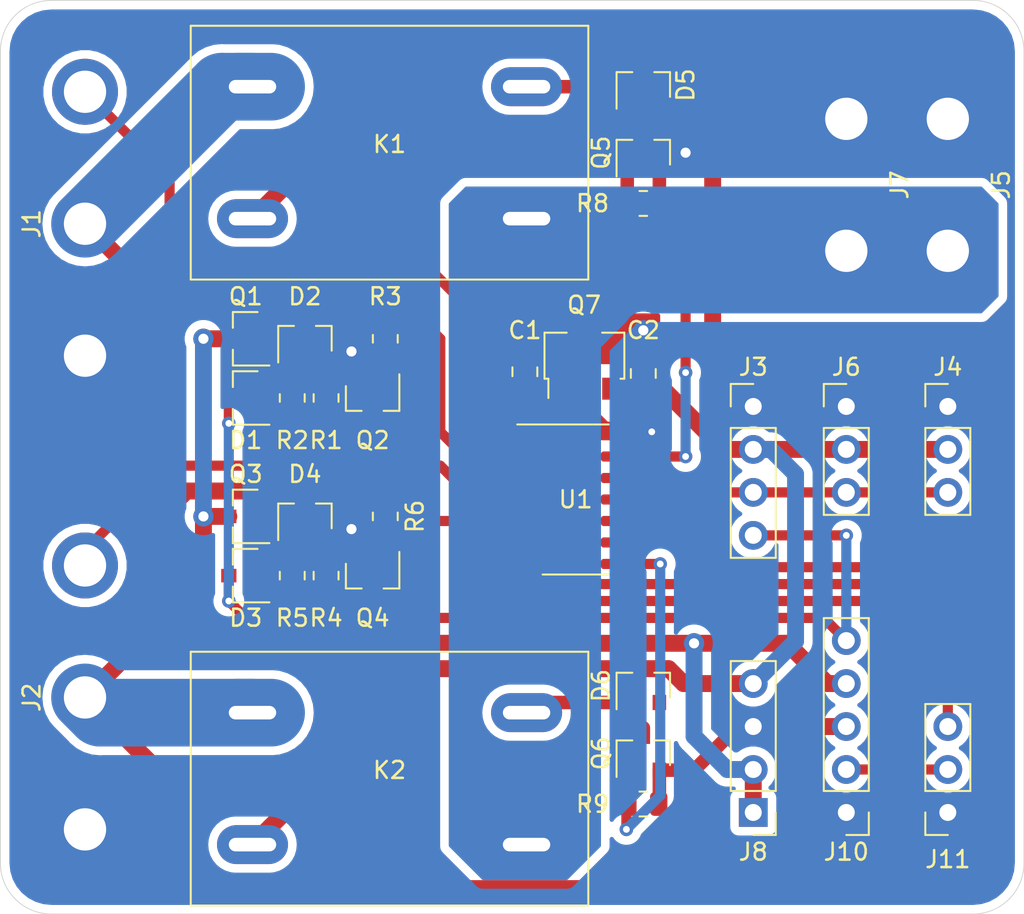
<source format=kicad_pcb>
(kicad_pcb (version 20171130) (host pcbnew 5.99.0+really5.1.10+dfsg1-1)

  (general
    (thickness 1.6)
    (drawings 8)
    (tracks 213)
    (zones 0)
    (modules 36)
    (nets 25)
  )

  (page A4)
  (layers
    (0 F.Cu signal)
    (31 B.Cu signal)
    (32 B.Adhes user)
    (33 F.Adhes user)
    (34 B.Paste user)
    (35 F.Paste user)
    (36 B.SilkS user)
    (37 F.SilkS user)
    (38 B.Mask user)
    (39 F.Mask user)
    (40 Dwgs.User user)
    (41 Cmts.User user)
    (42 Eco1.User user)
    (43 Eco2.User user)
    (44 Edge.Cuts user)
    (45 Margin user)
    (46 B.CrtYd user)
    (47 F.CrtYd user)
    (48 B.Fab user)
    (49 F.Fab user)
  )

  (setup
    (last_trace_width 0.8)
    (user_trace_width 0.6)
    (user_trace_width 0.8)
    (user_trace_width 1)
    (user_trace_width 4)
    (trace_clearance 0.2)
    (zone_clearance 0.508)
    (zone_45_only no)
    (trace_min 0.2)
    (via_size 0.8)
    (via_drill 0.4)
    (via_min_size 0.4)
    (via_min_drill 0.3)
    (user_via 1.2 0.6)
    (uvia_size 0.3)
    (uvia_drill 0.1)
    (uvias_allowed no)
    (uvia_min_size 0.2)
    (uvia_min_drill 0.1)
    (edge_width 0.05)
    (segment_width 0.2)
    (pcb_text_width 0.3)
    (pcb_text_size 1.5 1.5)
    (mod_edge_width 0.12)
    (mod_text_size 1 1)
    (mod_text_width 0.15)
    (pad_size 0.9 0.8)
    (pad_drill 0)
    (pad_to_mask_clearance 0)
    (aux_axis_origin 0 0)
    (visible_elements FFFFFF7F)
    (pcbplotparams
      (layerselection 0x010fc_ffffffff)
      (usegerberextensions false)
      (usegerberattributes true)
      (usegerberadvancedattributes true)
      (creategerberjobfile true)
      (excludeedgelayer true)
      (linewidth 0.100000)
      (plotframeref false)
      (viasonmask false)
      (mode 1)
      (useauxorigin false)
      (hpglpennumber 1)
      (hpglpenspeed 20)
      (hpglpendiameter 15.000000)
      (psnegative false)
      (psa4output false)
      (plotreference true)
      (plotvalue true)
      (plotinvisibletext false)
      (padsonsilk false)
      (subtractmaskfromsilk false)
      (outputformat 1)
      (mirror false)
      (drillshape 1)
      (scaleselection 1)
      (outputdirectory ""))
  )

  (net 0 "")
  (net 1 +BATT1)
  (net 2 +BATT2)
  (net 3 "Net-(D2-Pad2)")
  (net 4 "Net-(D4-Pad2)")
  (net 5 "Net-(J1-Pad3)")
  (net 6 "Net-(J2-Pad3)")
  (net 7 "Net-(Q2-Pad1)")
  (net 8 "Net-(Q4-Pad1)")
  (net 9 "Net-(D1-Pad2)")
  (net 10 "Net-(D3-Pad2)")
  (net 11 14V)
  (net 12 1wire_bus)
  (net 13 GND)
  (net 14 RelayPower)
  (net 15 BatteryPower)
  (net 16 "Net-(D5-Pad2)")
  (net 17 "Net-(D6-Pad2)")
  (net 18 +5V)
  (net 19 "/Soft Latch Switch 1/Enable")
  (net 20 "/Soft Latch Switch 2/Enable")
  (net 21 "/Relay 1/Enable")
  (net 22 "/Relay 2/Enable")
  (net 23 "Net-(J11-Pad3)")
  (net 24 "/Soft Latch Switch 1/Switch-to-GND")

  (net_class Default "This is the default net class."
    (clearance 0.2)
    (trace_width 0.25)
    (via_dia 0.8)
    (via_drill 0.4)
    (uvia_dia 0.3)
    (uvia_drill 0.1)
    (add_net +5V)
    (add_net +BATT1)
    (add_net +BATT2)
    (add_net "/Relay 1/Enable")
    (add_net "/Relay 2/Enable")
    (add_net "/Soft Latch Switch 1/Enable")
    (add_net "/Soft Latch Switch 1/Switch-to-GND")
    (add_net "/Soft Latch Switch 2/Enable")
    (add_net 14V)
    (add_net 1wire_bus)
    (add_net BatteryPower)
    (add_net GND)
    (add_net "Net-(D1-Pad2)")
    (add_net "Net-(D2-Pad2)")
    (add_net "Net-(D3-Pad2)")
    (add_net "Net-(D4-Pad2)")
    (add_net "Net-(D5-Pad2)")
    (add_net "Net-(D6-Pad2)")
    (add_net "Net-(J1-Pad3)")
    (add_net "Net-(J11-Pad3)")
    (add_net "Net-(J2-Pad3)")
    (add_net "Net-(Q2-Pad1)")
    (add_net "Net-(Q4-Pad1)")
    (add_net RelayPower)
  )

  (module Package_TO_SOT_SMD:SOT-23 (layer F.Cu) (tedit 5A02FF57) (tstamp 6158B0DE)
    (at 24.5 42.5 180)
    (descr "SOT-23, Standard")
    (tags SOT-23)
    (path /61742C5F/61766161)
    (attr smd)
    (fp_text reference Q3 (at 0 2.5) (layer F.SilkS)
      (effects (font (size 1 1) (thickness 0.15)))
    )
    (fp_text value "P-channel MOSFET, 100V@1A" (at 0 2.5) (layer F.Fab) hide
      (effects (font (size 1 1) (thickness 0.15)))
    )
    (fp_text user %R (at 0 0 90) (layer F.Fab) hide
      (effects (font (size 0.5 0.5) (thickness 0.075)))
    )
    (fp_line (start -0.7 -0.95) (end -0.7 1.5) (layer F.Fab) (width 0.1))
    (fp_line (start -0.15 -1.52) (end 0.7 -1.52) (layer F.Fab) (width 0.1))
    (fp_line (start -0.7 -0.95) (end -0.15 -1.52) (layer F.Fab) (width 0.1))
    (fp_line (start 0.7 -1.52) (end 0.7 1.52) (layer F.Fab) (width 0.1))
    (fp_line (start -0.7 1.52) (end 0.7 1.52) (layer F.Fab) (width 0.1))
    (fp_line (start 0.76 1.58) (end 0.76 0.65) (layer F.SilkS) (width 0.12))
    (fp_line (start 0.76 -1.58) (end 0.76 -0.65) (layer F.SilkS) (width 0.12))
    (fp_line (start -1.7 -1.75) (end 1.7 -1.75) (layer F.CrtYd) (width 0.05))
    (fp_line (start 1.7 -1.75) (end 1.7 1.75) (layer F.CrtYd) (width 0.05))
    (fp_line (start 1.7 1.75) (end -1.7 1.75) (layer F.CrtYd) (width 0.05))
    (fp_line (start -1.7 1.75) (end -1.7 -1.75) (layer F.CrtYd) (width 0.05))
    (fp_line (start 0.76 -1.58) (end -1.4 -1.58) (layer F.SilkS) (width 0.12))
    (fp_line (start 0.76 1.58) (end -0.7 1.58) (layer F.SilkS) (width 0.12))
    (pad 3 smd rect (at 1 0 180) (size 0.9 0.8) (layers F.Cu F.Paste F.Mask)
      (net 15 BatteryPower))
    (pad 2 smd rect (at -1 0.95 180) (size 0.9 0.8) (layers F.Cu F.Paste F.Mask)
      (net 2 +BATT2))
    (pad 1 smd rect (at -1 -0.95 180) (size 0.9 0.8) (layers F.Cu F.Paste F.Mask)
      (net 4 "Net-(D4-Pad2)"))
    (model ${KISYS3DMOD}/Package_TO_SOT_SMD.3dshapes/SOT-23.wrl
      (at (xyz 0 0 0))
      (scale (xyz 1 1 1))
      (rotate (xyz 0 0 0))
    )
  )

  (module Package_TO_SOT_SMD:SOT-23 (layer F.Cu) (tedit 5A02FF57) (tstamp 61574837)
    (at 24.5 32 180)
    (descr "SOT-23, Standard")
    (tags SOT-23)
    (path /6173FDB3/61766161)
    (attr smd)
    (fp_text reference Q1 (at 0 2.5) (layer F.SilkS)
      (effects (font (size 1 1) (thickness 0.15)))
    )
    (fp_text value "P-channel MOSFET, 100V@1A" (at 0 2.5) (layer F.Fab) hide
      (effects (font (size 1 1) (thickness 0.15)))
    )
    (fp_text user %R (at 0 0 90) (layer F.Fab) hide
      (effects (font (size 0.5 0.5) (thickness 0.075)))
    )
    (fp_line (start -0.7 -0.95) (end -0.7 1.5) (layer F.Fab) (width 0.1))
    (fp_line (start -0.15 -1.52) (end 0.7 -1.52) (layer F.Fab) (width 0.1))
    (fp_line (start -0.7 -0.95) (end -0.15 -1.52) (layer F.Fab) (width 0.1))
    (fp_line (start 0.7 -1.52) (end 0.7 1.52) (layer F.Fab) (width 0.1))
    (fp_line (start -0.7 1.52) (end 0.7 1.52) (layer F.Fab) (width 0.1))
    (fp_line (start 0.76 1.58) (end 0.76 0.65) (layer F.SilkS) (width 0.12))
    (fp_line (start 0.76 -1.58) (end 0.76 -0.65) (layer F.SilkS) (width 0.12))
    (fp_line (start -1.7 -1.75) (end 1.7 -1.75) (layer F.CrtYd) (width 0.05))
    (fp_line (start 1.7 -1.75) (end 1.7 1.75) (layer F.CrtYd) (width 0.05))
    (fp_line (start 1.7 1.75) (end -1.7 1.75) (layer F.CrtYd) (width 0.05))
    (fp_line (start -1.7 1.75) (end -1.7 -1.75) (layer F.CrtYd) (width 0.05))
    (fp_line (start 0.76 -1.58) (end -1.4 -1.58) (layer F.SilkS) (width 0.12))
    (fp_line (start 0.76 1.58) (end -0.7 1.58) (layer F.SilkS) (width 0.12))
    (pad 3 smd rect (at 1 0 180) (size 0.9 0.8) (layers F.Cu F.Paste F.Mask)
      (net 15 BatteryPower))
    (pad 2 smd rect (at -1 0.95 180) (size 0.9 0.8) (layers F.Cu F.Paste F.Mask)
      (net 1 +BATT1))
    (pad 1 smd rect (at -1 -0.95 180) (size 0.9 0.8) (layers F.Cu F.Paste F.Mask)
      (net 3 "Net-(D2-Pad2)"))
    (model ${KISYS3DMOD}/Package_TO_SOT_SMD.3dshapes/SOT-23.wrl
      (at (xyz 0 0 0))
      (scale (xyz 1 1 1))
      (rotate (xyz 0 0 0))
    )
  )

  (module Package_TO_SOT_SMD:SOT-23 (layer F.Cu) (tedit 5A02FF57) (tstamp 615BB45C)
    (at 48 56.5 90)
    (descr "SOT-23, Standard")
    (tags SOT-23)
    (path /619684B5/6160D152)
    (attr smd)
    (fp_text reference Q6 (at 0 -2.5 90) (layer F.SilkS)
      (effects (font (size 1 1) (thickness 0.15)))
    )
    (fp_text value NX138 (at 0 2.5 90) (layer F.Fab) hide
      (effects (font (size 1 1) (thickness 0.15)))
    )
    (fp_text user %R (at 0 0) (layer F.Fab) hide
      (effects (font (size 0.5 0.5) (thickness 0.075)))
    )
    (fp_line (start -0.7 -0.95) (end -0.7 1.5) (layer F.Fab) (width 0.1))
    (fp_line (start -0.15 -1.52) (end 0.7 -1.52) (layer F.Fab) (width 0.1))
    (fp_line (start -0.7 -0.95) (end -0.15 -1.52) (layer F.Fab) (width 0.1))
    (fp_line (start 0.7 -1.52) (end 0.7 1.52) (layer F.Fab) (width 0.1))
    (fp_line (start -0.7 1.52) (end 0.7 1.52) (layer F.Fab) (width 0.1))
    (fp_line (start 0.76 1.58) (end 0.76 0.65) (layer F.SilkS) (width 0.12))
    (fp_line (start 0.76 -1.58) (end 0.76 -0.65) (layer F.SilkS) (width 0.12))
    (fp_line (start -1.7 -1.75) (end 1.7 -1.75) (layer F.CrtYd) (width 0.05))
    (fp_line (start 1.7 -1.75) (end 1.7 1.75) (layer F.CrtYd) (width 0.05))
    (fp_line (start 1.7 1.75) (end -1.7 1.75) (layer F.CrtYd) (width 0.05))
    (fp_line (start -1.7 1.75) (end -1.7 -1.75) (layer F.CrtYd) (width 0.05))
    (fp_line (start 0.76 -1.58) (end -1.4 -1.58) (layer F.SilkS) (width 0.12))
    (fp_line (start 0.76 1.58) (end -0.7 1.58) (layer F.SilkS) (width 0.12))
    (pad 3 smd rect (at 1 0 90) (size 0.9 0.8) (layers F.Cu F.Paste F.Mask)
      (net 17 "Net-(D6-Pad2)"))
    (pad 2 smd rect (at -1 0.95 90) (size 0.9 0.8) (layers F.Cu F.Paste F.Mask)
      (net 13 GND))
    (pad 1 smd rect (at -1 -0.95 90) (size 0.9 0.8) (layers F.Cu F.Paste F.Mask)
      (net 22 "/Relay 2/Enable"))
    (model ${KISYS3DMOD}/Package_TO_SOT_SMD.3dshapes/SOT-23.wrl
      (at (xyz 0 0 0))
      (scale (xyz 1 1 1))
      (rotate (xyz 0 0 0))
    )
  )

  (module Package_TO_SOT_SMD:SOT-23 (layer F.Cu) (tedit 5A02FF57) (tstamp 615BB447)
    (at 48 21 90)
    (descr "SOT-23, Standard")
    (tags SOT-23)
    (path /619492C3/6160D152)
    (attr smd)
    (fp_text reference Q5 (at 0 -2.5 90) (layer F.SilkS)
      (effects (font (size 1 1) (thickness 0.15)))
    )
    (fp_text value NX138 (at 0 2.5 90) (layer F.Fab) hide
      (effects (font (size 1 1) (thickness 0.15)))
    )
    (fp_text user %R (at 0 0) (layer F.Fab) hide
      (effects (font (size 0.5 0.5) (thickness 0.075)))
    )
    (fp_line (start -0.7 -0.95) (end -0.7 1.5) (layer F.Fab) (width 0.1))
    (fp_line (start -0.15 -1.52) (end 0.7 -1.52) (layer F.Fab) (width 0.1))
    (fp_line (start -0.7 -0.95) (end -0.15 -1.52) (layer F.Fab) (width 0.1))
    (fp_line (start 0.7 -1.52) (end 0.7 1.52) (layer F.Fab) (width 0.1))
    (fp_line (start -0.7 1.52) (end 0.7 1.52) (layer F.Fab) (width 0.1))
    (fp_line (start 0.76 1.58) (end 0.76 0.65) (layer F.SilkS) (width 0.12))
    (fp_line (start 0.76 -1.58) (end 0.76 -0.65) (layer F.SilkS) (width 0.12))
    (fp_line (start -1.7 -1.75) (end 1.7 -1.75) (layer F.CrtYd) (width 0.05))
    (fp_line (start 1.7 -1.75) (end 1.7 1.75) (layer F.CrtYd) (width 0.05))
    (fp_line (start 1.7 1.75) (end -1.7 1.75) (layer F.CrtYd) (width 0.05))
    (fp_line (start -1.7 1.75) (end -1.7 -1.75) (layer F.CrtYd) (width 0.05))
    (fp_line (start 0.76 -1.58) (end -1.4 -1.58) (layer F.SilkS) (width 0.12))
    (fp_line (start 0.76 1.58) (end -0.7 1.58) (layer F.SilkS) (width 0.12))
    (pad 3 smd rect (at 1 0 90) (size 0.9 0.8) (layers F.Cu F.Paste F.Mask)
      (net 16 "Net-(D5-Pad2)"))
    (pad 2 smd rect (at -1 0.95 90) (size 0.9 0.8) (layers F.Cu F.Paste F.Mask)
      (net 13 GND))
    (pad 1 smd rect (at -1 -0.95 90) (size 0.9 0.8) (layers F.Cu F.Paste F.Mask)
      (net 21 "/Relay 1/Enable"))
    (model ${KISYS3DMOD}/Package_TO_SOT_SMD.3dshapes/SOT-23.wrl
      (at (xyz 0 0 0))
      (scale (xyz 1 1 1))
      (rotate (xyz 0 0 0))
    )
  )

  (module Connector_PinSocket_2.54mm:PinSocket_1x03_P2.54mm_Vertical (layer F.Cu) (tedit 5A19A429) (tstamp 615AABB4)
    (at 66 60 180)
    (descr "Through hole straight socket strip, 1x03, 2.54mm pitch, single row (from Kicad 4.0.7), script generated")
    (tags "Through hole socket strip THT 1x03 2.54mm single row")
    (path /615C00F9)
    (fp_text reference J11 (at 0 -2.77) (layer F.SilkS)
      (effects (font (size 1 1) (thickness 0.15)))
    )
    (fp_text value Conn_01x03 (at 0 7.85) (layer F.Fab) hide
      (effects (font (size 1 1) (thickness 0.15)))
    )
    (fp_text user %R (at 0 2.54 90) (layer F.Fab) hide
      (effects (font (size 1 1) (thickness 0.15)))
    )
    (fp_line (start -1.27 -1.27) (end 0.635 -1.27) (layer F.Fab) (width 0.1))
    (fp_line (start 0.635 -1.27) (end 1.27 -0.635) (layer F.Fab) (width 0.1))
    (fp_line (start 1.27 -0.635) (end 1.27 6.35) (layer F.Fab) (width 0.1))
    (fp_line (start 1.27 6.35) (end -1.27 6.35) (layer F.Fab) (width 0.1))
    (fp_line (start -1.27 6.35) (end -1.27 -1.27) (layer F.Fab) (width 0.1))
    (fp_line (start -1.33 1.27) (end 1.33 1.27) (layer F.SilkS) (width 0.12))
    (fp_line (start -1.33 1.27) (end -1.33 6.41) (layer F.SilkS) (width 0.12))
    (fp_line (start -1.33 6.41) (end 1.33 6.41) (layer F.SilkS) (width 0.12))
    (fp_line (start 1.33 1.27) (end 1.33 6.41) (layer F.SilkS) (width 0.12))
    (fp_line (start 1.33 -1.33) (end 1.33 0) (layer F.SilkS) (width 0.12))
    (fp_line (start 0 -1.33) (end 1.33 -1.33) (layer F.SilkS) (width 0.12))
    (fp_line (start -1.8 -1.8) (end 1.75 -1.8) (layer F.CrtYd) (width 0.05))
    (fp_line (start 1.75 -1.8) (end 1.75 6.85) (layer F.CrtYd) (width 0.05))
    (fp_line (start 1.75 6.85) (end -1.8 6.85) (layer F.CrtYd) (width 0.05))
    (fp_line (start -1.8 6.85) (end -1.8 -1.8) (layer F.CrtYd) (width 0.05))
    (pad 3 thru_hole oval (at 0 5.08 180) (size 1.7 1.7) (drill 1) (layers *.Cu *.Mask)
      (net 23 "Net-(J11-Pad3)"))
    (pad 2 thru_hole oval (at 0 2.54 180) (size 1.7 1.7) (drill 1) (layers *.Cu *.Mask)
      (net 18 +5V))
    (pad 1 thru_hole rect (at 0 0 180) (size 1.7 1.7) (drill 1) (layers *.Cu *.Mask)
      (net 13 GND))
    (model ${KISYS3DMOD}/Connector_PinSocket_2.54mm.3dshapes/PinSocket_1x03_P2.54mm_Vertical.wrl
      (at (xyz 0 0 0))
      (scale (xyz 1 1 1))
      (rotate (xyz 0 0 0))
    )
  )

  (module Connector_PinHeader_2.54mm:PinHeader_1x05_P2.54mm_Vertical (layer F.Cu) (tedit 59FED5CC) (tstamp 615A7FDD)
    (at 60 60 180)
    (descr "Through hole straight pin header, 1x05, 2.54mm pitch, single row")
    (tags "Through hole pin header THT 1x05 2.54mm single row")
    (path /61742C5F/615AB3CA)
    (fp_text reference J10 (at 0 -2.33) (layer F.SilkS)
      (effects (font (size 1 1) (thickness 0.15)))
    )
    (fp_text value Conn_01x05 (at 0 12.49) (layer F.Fab) hide
      (effects (font (size 1 1) (thickness 0.15)))
    )
    (fp_text user %R (at 0 5.08 90) (layer F.Fab) hide
      (effects (font (size 1 1) (thickness 0.15)))
    )
    (fp_line (start -0.635 -1.27) (end 1.27 -1.27) (layer F.Fab) (width 0.1))
    (fp_line (start 1.27 -1.27) (end 1.27 11.43) (layer F.Fab) (width 0.1))
    (fp_line (start 1.27 11.43) (end -1.27 11.43) (layer F.Fab) (width 0.1))
    (fp_line (start -1.27 11.43) (end -1.27 -0.635) (layer F.Fab) (width 0.1))
    (fp_line (start -1.27 -0.635) (end -0.635 -1.27) (layer F.Fab) (width 0.1))
    (fp_line (start -1.33 11.49) (end 1.33 11.49) (layer F.SilkS) (width 0.12))
    (fp_line (start -1.33 1.27) (end -1.33 11.49) (layer F.SilkS) (width 0.12))
    (fp_line (start 1.33 1.27) (end 1.33 11.49) (layer F.SilkS) (width 0.12))
    (fp_line (start -1.33 1.27) (end 1.33 1.27) (layer F.SilkS) (width 0.12))
    (fp_line (start -1.33 0) (end -1.33 -1.33) (layer F.SilkS) (width 0.12))
    (fp_line (start -1.33 -1.33) (end 0 -1.33) (layer F.SilkS) (width 0.12))
    (fp_line (start -1.8 -1.8) (end -1.8 11.95) (layer F.CrtYd) (width 0.05))
    (fp_line (start -1.8 11.95) (end 1.8 11.95) (layer F.CrtYd) (width 0.05))
    (fp_line (start 1.8 11.95) (end 1.8 -1.8) (layer F.CrtYd) (width 0.05))
    (fp_line (start 1.8 -1.8) (end -1.8 -1.8) (layer F.CrtYd) (width 0.05))
    (pad 5 thru_hole oval (at 0 10.16 180) (size 1.7 1.7) (drill 1) (layers *.Cu *.Mask)
      (net 24 "/Soft Latch Switch 1/Switch-to-GND"))
    (pad 4 thru_hole oval (at 0 7.62 180) (size 1.7 1.7) (drill 1) (layers *.Cu *.Mask)
      (net 15 BatteryPower))
    (pad 3 thru_hole oval (at 0 5.08 180) (size 1.7 1.7) (drill 1) (layers *.Cu *.Mask)
      (net 2 +BATT2))
    (pad 2 thru_hole oval (at 0 2.54 180) (size 1.7 1.7) (drill 1) (layers *.Cu *.Mask)
      (net 20 "/Soft Latch Switch 2/Enable"))
    (pad 1 thru_hole rect (at 0 0 180) (size 1.7 1.7) (drill 1) (layers *.Cu *.Mask)
      (net 13 GND))
    (model ${KISYS3DMOD}/Connector_PinHeader_2.54mm.3dshapes/PinHeader_1x05_P2.54mm_Vertical.wrl
      (at (xyz 0 0 0))
      (scale (xyz 1 1 1))
      (rotate (xyz 0 0 0))
    )
  )

  (module Diode_SMD:D_SOT-23_ANK (layer F.Cu) (tedit 615BA79E) (tstamp 6158FC24)
    (at 28 42.5 90)
    (descr "SOT-23, Single Diode")
    (tags SOT-23)
    (path /61742C5F/6158D7E7)
    (attr smd)
    (fp_text reference D4 (at 2.5 0 180) (layer F.SilkS)
      (effects (font (size 1 1) (thickness 0.15)))
    )
    (fp_text value BZX84-C10 (at 0 2.5 90) (layer F.Fab) hide
      (effects (font (size 1 1) (thickness 0.15)))
    )
    (fp_line (start 0.76 1.58) (end -0.7 1.58) (layer F.SilkS) (width 0.12))
    (fp_line (start -0.7 -1.52) (end -0.7 1.52) (layer F.Fab) (width 0.1))
    (fp_line (start -0.7 -1.52) (end 0.7 -1.52) (layer F.Fab) (width 0.1))
    (fp_line (start 0.76 -1.58) (end -1.4 -1.58) (layer F.SilkS) (width 0.12))
    (fp_line (start -1.7 1.75) (end -1.7 -1.75) (layer F.CrtYd) (width 0.05))
    (fp_line (start 1.7 1.75) (end -1.7 1.75) (layer F.CrtYd) (width 0.05))
    (fp_line (start 1.7 -1.75) (end 1.7 1.75) (layer F.CrtYd) (width 0.05))
    (fp_line (start -1.7 -1.75) (end 1.7 -1.75) (layer F.CrtYd) (width 0.05))
    (fp_line (start -0.7 1.52) (end 0.7 1.52) (layer F.Fab) (width 0.1))
    (fp_line (start 0.7 -1.52) (end 0.7 1.52) (layer F.Fab) (width 0.1))
    (fp_line (start 0.76 -1.58) (end 0.76 -0.65) (layer F.SilkS) (width 0.12))
    (fp_line (start 0.76 1.58) (end 0.76 0.65) (layer F.SilkS) (width 0.12))
    (fp_line (start 0.15 -0.65) (end 0.15 -0.25) (layer F.Fab) (width 0.1))
    (fp_line (start 0.15 -0.45) (end 0.4 -0.45) (layer F.Fab) (width 0.1))
    (fp_line (start 0.15 -0.45) (end -0.15 -0.65) (layer F.Fab) (width 0.1))
    (fp_line (start -0.15 -0.65) (end -0.15 -0.25) (layer F.Fab) (width 0.1))
    (fp_line (start -0.15 -0.25) (end 0.15 -0.45) (layer F.Fab) (width 0.1))
    (fp_line (start -0.15 -0.45) (end -0.4 -0.45) (layer F.Fab) (width 0.1))
    (fp_text user %R (at 0 -2.5 90) (layer F.Fab) hide
      (effects (font (size 1 1) (thickness 0.15)))
    )
    (pad 1 smd rect (at 1 0 90) (size 0.9 0.8) (layers F.Cu F.Paste F.Mask)
      (net 2 +BATT2))
    (pad "" smd rect (at -1 0.95 90) (size 0.9 0.8) (layers F.Cu F.Paste F.Mask)
      (net 2 +BATT2))
    (pad 2 smd rect (at -1 -0.95 90) (size 0.9 0.8) (layers F.Cu F.Paste F.Mask)
      (net 4 "Net-(D4-Pad2)"))
    (model ${KISYS3DMOD}/Diode_SMD.3dshapes/D_SOT-23.wrl
      (at (xyz 0 0 0))
      (scale (xyz 1 1 1))
      (rotate (xyz 0 0 0))
    )
  )

  (module Diode_SMD:D_SOT-23_ANK (layer F.Cu) (tedit 615BA792) (tstamp 6158FBDD)
    (at 28 32 90)
    (descr "SOT-23, Single Diode")
    (tags SOT-23)
    (path /6173FDB3/6158D7E7)
    (attr smd)
    (fp_text reference D2 (at 2.5 0 180) (layer F.SilkS)
      (effects (font (size 1 1) (thickness 0.15)))
    )
    (fp_text value BZX84-C10 (at 0 2.5 90) (layer F.Fab) hide
      (effects (font (size 1 1) (thickness 0.15)))
    )
    (fp_line (start 0.76 1.58) (end -0.7 1.58) (layer F.SilkS) (width 0.12))
    (fp_line (start -0.7 -1.52) (end -0.7 1.52) (layer F.Fab) (width 0.1))
    (fp_line (start -0.7 -1.52) (end 0.7 -1.52) (layer F.Fab) (width 0.1))
    (fp_line (start 0.76 -1.58) (end -1.4 -1.58) (layer F.SilkS) (width 0.12))
    (fp_line (start -1.7 1.75) (end -1.7 -1.75) (layer F.CrtYd) (width 0.05))
    (fp_line (start 1.7 1.75) (end -1.7 1.75) (layer F.CrtYd) (width 0.05))
    (fp_line (start 1.7 -1.75) (end 1.7 1.75) (layer F.CrtYd) (width 0.05))
    (fp_line (start -1.7 -1.75) (end 1.7 -1.75) (layer F.CrtYd) (width 0.05))
    (fp_line (start -0.7 1.52) (end 0.7 1.52) (layer F.Fab) (width 0.1))
    (fp_line (start 0.7 -1.52) (end 0.7 1.52) (layer F.Fab) (width 0.1))
    (fp_line (start 0.76 -1.58) (end 0.76 -0.65) (layer F.SilkS) (width 0.12))
    (fp_line (start 0.76 1.58) (end 0.76 0.65) (layer F.SilkS) (width 0.12))
    (fp_line (start 0.15 -0.65) (end 0.15 -0.25) (layer F.Fab) (width 0.1))
    (fp_line (start 0.15 -0.45) (end 0.4 -0.45) (layer F.Fab) (width 0.1))
    (fp_line (start 0.15 -0.45) (end -0.15 -0.65) (layer F.Fab) (width 0.1))
    (fp_line (start -0.15 -0.65) (end -0.15 -0.25) (layer F.Fab) (width 0.1))
    (fp_line (start -0.15 -0.25) (end 0.15 -0.45) (layer F.Fab) (width 0.1))
    (fp_line (start -0.15 -0.45) (end -0.4 -0.45) (layer F.Fab) (width 0.1))
    (fp_text user %R (at 0 -2.5 90) (layer F.Fab) hide
      (effects (font (size 1 1) (thickness 0.15)))
    )
    (pad 1 smd rect (at 1 0 90) (size 0.9 0.8) (layers F.Cu F.Paste F.Mask)
      (net 1 +BATT1))
    (pad "" smd rect (at -1 0.95 90) (size 0.9 0.8) (layers F.Cu F.Paste F.Mask)
      (net 1 +BATT1))
    (pad 2 smd rect (at -1 -0.95 90) (size 0.9 0.8) (layers F.Cu F.Paste F.Mask)
      (net 3 "Net-(D2-Pad2)"))
    (model ${KISYS3DMOD}/Diode_SMD.3dshapes/D_SOT-23.wrl
      (at (xyz 0 0 0))
      (scale (xyz 1 1 1))
      (rotate (xyz 0 0 0))
    )
  )

  (module Package_TO_SOT_SMD:SOT-89-3 (layer F.Cu) (tedit 5C33D6E8) (tstamp 6158A6F1)
    (at 44.52 33.3 90)
    (descr "SOT-89-3, http://ww1.microchip.com/downloads/en/DeviceDoc/3L_SOT-89_MB_C04-029C.pdf")
    (tags SOT-89-3)
    (path /6158E9D7/615975A7)
    (attr smd)
    (fp_text reference Q7 (at 3.3 -0.02 180) (layer F.SilkS)
      (effects (font (size 1 1) (thickness 0.15)))
    )
    (fp_text value AS78LXX (at 0.3 3.5 90) (layer F.Fab) hide
      (effects (font (size 1 1) (thickness 0.15)))
    )
    (fp_line (start -1.06 2.36) (end -1.06 2.13) (layer F.SilkS) (width 0.12))
    (fp_line (start -1.06 -2.36) (end -1.06 -2.13) (layer F.SilkS) (width 0.12))
    (fp_line (start -1.06 -2.36) (end 1.66 -2.36) (layer F.SilkS) (width 0.12))
    (fp_line (start -2.55 2.5) (end -2.55 -2.5) (layer F.CrtYd) (width 0.05))
    (fp_line (start -2.55 2.5) (end 2.55 2.5) (layer F.CrtYd) (width 0.05))
    (fp_line (start 2.55 -2.5) (end -2.55 -2.5) (layer F.CrtYd) (width 0.05))
    (fp_line (start 2.55 -2.5) (end 2.55 2.5) (layer F.CrtYd) (width 0.05))
    (fp_line (start 0.05 -2.25) (end 1.55 -2.25) (layer F.Fab) (width 0.1))
    (fp_line (start -0.95 2.25) (end -0.95 -1.25) (layer F.Fab) (width 0.1))
    (fp_line (start 1.55 2.25) (end -0.95 2.25) (layer F.Fab) (width 0.1))
    (fp_line (start 1.55 -2.25) (end 1.55 2.25) (layer F.Fab) (width 0.1))
    (fp_line (start -0.95 -1.25) (end 0.05 -2.25) (layer F.Fab) (width 0.1))
    (fp_line (start 1.66 -2.36) (end 1.66 -1.05) (layer F.SilkS) (width 0.12))
    (fp_line (start -2.2 -2.13) (end -1.06 -2.13) (layer F.SilkS) (width 0.12))
    (fp_line (start 1.66 2.36) (end -1.06 2.36) (layer F.SilkS) (width 0.12))
    (fp_line (start 1.66 1.05) (end 1.66 2.36) (layer F.SilkS) (width 0.12))
    (fp_text user %R (at 0.5 0) (layer F.Fab) hide
      (effects (font (size 1 1) (thickness 0.15)))
    )
    (pad 2 smd custom (at -1.5625 0 90) (size 1.475 0.9) (layers F.Cu F.Paste F.Mask)
      (net 13 GND) (zone_connect 2)
      (options (clearance outline) (anchor rect))
      (primitives
        (gr_poly (pts
           (xy 0.7375 -0.8665) (xy 3.8625 -0.8665) (xy 3.8625 0.8665) (xy 0.7375 0.8665)) (width 0))
      ))
    (pad 3 smd rect (at -1.65 1.5 90) (size 1.3 0.9) (layers F.Cu F.Paste F.Mask)
      (net 11 14V))
    (pad 1 smd rect (at -1.65 -1.5 90) (size 1.3 0.9) (layers F.Cu F.Paste F.Mask)
      (net 18 +5V))
    (model ${KISYS3DMOD}/Package_TO_SOT_SMD.3dshapes/SOT-89-3.wrl
      (at (xyz 0 0 0))
      (scale (xyz 1 1 1))
      (rotate (xyz 0 0 0))
    )
  )

  (module Capacitor_SMD:C_0805_2012Metric (layer F.Cu) (tedit 5F68FEEE) (tstamp 6158A2F1)
    (at 48 34.05 90)
    (descr "Capacitor SMD 0805 (2012 Metric), square (rectangular) end terminal, IPC_7351 nominal, (Body size source: IPC-SM-782 page 76, https://www.pcb-3d.com/wordpress/wp-content/uploads/ipc-sm-782a_amendment_1_and_2.pdf, https://docs.google.com/spreadsheets/d/1BsfQQcO9C6DZCsRaXUlFlo91Tg2WpOkGARC1WS5S8t0/edit?usp=sharing), generated with kicad-footprint-generator")
    (tags capacitor)
    (path /6158E9D7/615975CB)
    (attr smd)
    (fp_text reference C2 (at 2.55 0 180) (layer F.SilkS)
      (effects (font (size 1 1) (thickness 0.15)))
    )
    (fp_text value "0.1μF, 25V" (at 0 1.68 90) (layer F.Fab) hide
      (effects (font (size 1 1) (thickness 0.15)))
    )
    (fp_line (start 1.7 0.98) (end -1.7 0.98) (layer F.CrtYd) (width 0.05))
    (fp_line (start 1.7 -0.98) (end 1.7 0.98) (layer F.CrtYd) (width 0.05))
    (fp_line (start -1.7 -0.98) (end 1.7 -0.98) (layer F.CrtYd) (width 0.05))
    (fp_line (start -1.7 0.98) (end -1.7 -0.98) (layer F.CrtYd) (width 0.05))
    (fp_line (start -0.261252 0.735) (end 0.261252 0.735) (layer F.SilkS) (width 0.12))
    (fp_line (start -0.261252 -0.735) (end 0.261252 -0.735) (layer F.SilkS) (width 0.12))
    (fp_line (start 1 0.625) (end -1 0.625) (layer F.Fab) (width 0.1))
    (fp_line (start 1 -0.625) (end 1 0.625) (layer F.Fab) (width 0.1))
    (fp_line (start -1 -0.625) (end 1 -0.625) (layer F.Fab) (width 0.1))
    (fp_line (start -1 0.625) (end -1 -0.625) (layer F.Fab) (width 0.1))
    (fp_text user %R (at 0 0 90) (layer F.Fab) hide
      (effects (font (size 0.5 0.5) (thickness 0.08)))
    )
    (pad 2 smd roundrect (at 0.95 0 90) (size 1 1.45) (layers F.Cu F.Paste F.Mask) (roundrect_rratio 0.25)
      (net 13 GND))
    (pad 1 smd roundrect (at -0.95 0 90) (size 1 1.45) (layers F.Cu F.Paste F.Mask) (roundrect_rratio 0.25)
      (net 11 14V))
    (model ${KISYS3DMOD}/Capacitor_SMD.3dshapes/C_0805_2012Metric.wrl
      (at (xyz 0 0 0))
      (scale (xyz 1 1 1))
      (rotate (xyz 0 0 0))
    )
  )

  (module Capacitor_SMD:C_0805_2012Metric (layer F.Cu) (tedit 5F68FEEE) (tstamp 6158A2E0)
    (at 41 33.95 270)
    (descr "Capacitor SMD 0805 (2012 Metric), square (rectangular) end terminal, IPC_7351 nominal, (Body size source: IPC-SM-782 page 76, https://www.pcb-3d.com/wordpress/wp-content/uploads/ipc-sm-782a_amendment_1_and_2.pdf, https://docs.google.com/spreadsheets/d/1BsfQQcO9C6DZCsRaXUlFlo91Tg2WpOkGARC1WS5S8t0/edit?usp=sharing), generated with kicad-footprint-generator")
    (tags capacitor)
    (path /6158E9D7/615975C5)
    (attr smd)
    (fp_text reference C1 (at -2.45 0 180) (layer F.SilkS)
      (effects (font (size 1 1) (thickness 0.15)))
    )
    (fp_text value "0.33μF, 10V" (at 0 1.68 90) (layer F.Fab) hide
      (effects (font (size 1 1) (thickness 0.15)))
    )
    (fp_line (start 1.7 0.98) (end -1.7 0.98) (layer F.CrtYd) (width 0.05))
    (fp_line (start 1.7 -0.98) (end 1.7 0.98) (layer F.CrtYd) (width 0.05))
    (fp_line (start -1.7 -0.98) (end 1.7 -0.98) (layer F.CrtYd) (width 0.05))
    (fp_line (start -1.7 0.98) (end -1.7 -0.98) (layer F.CrtYd) (width 0.05))
    (fp_line (start -0.261252 0.735) (end 0.261252 0.735) (layer F.SilkS) (width 0.12))
    (fp_line (start -0.261252 -0.735) (end 0.261252 -0.735) (layer F.SilkS) (width 0.12))
    (fp_line (start 1 0.625) (end -1 0.625) (layer F.Fab) (width 0.1))
    (fp_line (start 1 -0.625) (end 1 0.625) (layer F.Fab) (width 0.1))
    (fp_line (start -1 -0.625) (end 1 -0.625) (layer F.Fab) (width 0.1))
    (fp_line (start -1 0.625) (end -1 -0.625) (layer F.Fab) (width 0.1))
    (fp_text user %R (at 0 0 90) (layer F.Fab) hide
      (effects (font (size 0.5 0.5) (thickness 0.08)))
    )
    (pad 2 smd roundrect (at 0.95 0 270) (size 1 1.45) (layers F.Cu F.Paste F.Mask) (roundrect_rratio 0.25)
      (net 18 +5V))
    (pad 1 smd roundrect (at -0.95 0 270) (size 1 1.45) (layers F.Cu F.Paste F.Mask) (roundrect_rratio 0.25)
      (net 13 GND))
    (model ${KISYS3DMOD}/Capacitor_SMD.3dshapes/C_0805_2012Metric.wrl
      (at (xyz 0 0 0))
      (scale (xyz 1 1 1))
      (rotate (xyz 0 0 0))
    )
  )

  (module Resistor_SMD:R_0805_2012Metric (layer F.Cu) (tedit 5F68FEEE) (tstamp 6158FF3A)
    (at 27.25 46 90)
    (descr "Resistor SMD 0805 (2012 Metric), square (rectangular) end terminal, IPC_7351 nominal, (Body size source: IPC-SM-782 page 72, https://www.pcb-3d.com/wordpress/wp-content/uploads/ipc-sm-782a_amendment_1_and_2.pdf), generated with kicad-footprint-generator")
    (tags resistor)
    (path /61742C5F/6159F419)
    (attr smd)
    (fp_text reference R5 (at -2.5 0 180) (layer F.SilkS)
      (effects (font (size 1 1) (thickness 0.15)))
    )
    (fp_text value 1MΩ (at 0 1.65 90) (layer F.Fab) hide
      (effects (font (size 1 1) (thickness 0.15)))
    )
    (fp_line (start -1 0.625) (end -1 -0.625) (layer F.Fab) (width 0.1))
    (fp_line (start -1 -0.625) (end 1 -0.625) (layer F.Fab) (width 0.1))
    (fp_line (start 1 -0.625) (end 1 0.625) (layer F.Fab) (width 0.1))
    (fp_line (start 1 0.625) (end -1 0.625) (layer F.Fab) (width 0.1))
    (fp_line (start -0.227064 -0.735) (end 0.227064 -0.735) (layer F.SilkS) (width 0.12))
    (fp_line (start -0.227064 0.735) (end 0.227064 0.735) (layer F.SilkS) (width 0.12))
    (fp_line (start -1.68 0.95) (end -1.68 -0.95) (layer F.CrtYd) (width 0.05))
    (fp_line (start -1.68 -0.95) (end 1.68 -0.95) (layer F.CrtYd) (width 0.05))
    (fp_line (start 1.68 -0.95) (end 1.68 0.95) (layer F.CrtYd) (width 0.05))
    (fp_line (start 1.68 0.95) (end -1.68 0.95) (layer F.CrtYd) (width 0.05))
    (fp_text user %R (at 0 0 90) (layer F.Fab) hide
      (effects (font (size 0.5 0.5) (thickness 0.08)))
    )
    (pad 2 smd roundrect (at 0.9125 0 90) (size 1.025 1.4) (layers F.Cu F.Paste F.Mask) (roundrect_rratio 0.243902)
      (net 4 "Net-(D4-Pad2)"))
    (pad 1 smd roundrect (at -0.9125 0 90) (size 1.025 1.4) (layers F.Cu F.Paste F.Mask) (roundrect_rratio 0.243902)
      (net 10 "Net-(D3-Pad2)"))
    (model ${KISYS3DMOD}/Resistor_SMD.3dshapes/R_0805_2012Metric.wrl
      (at (xyz 0 0 0))
      (scale (xyz 1 1 1))
      (rotate (xyz 0 0 0))
    )
  )

  (module Resistor_SMD:R_0805_2012Metric (layer F.Cu) (tedit 5F68FEEE) (tstamp 6158FEF9)
    (at 27.25 35.5 90)
    (descr "Resistor SMD 0805 (2012 Metric), square (rectangular) end terminal, IPC_7351 nominal, (Body size source: IPC-SM-782 page 72, https://www.pcb-3d.com/wordpress/wp-content/uploads/ipc-sm-782a_amendment_1_and_2.pdf), generated with kicad-footprint-generator")
    (tags resistor)
    (path /6173FDB3/6159F419)
    (attr smd)
    (fp_text reference R2 (at -2.5 0 180) (layer F.SilkS)
      (effects (font (size 1 1) (thickness 0.15)))
    )
    (fp_text value 1MΩ (at 0 1.65 90) (layer F.Fab) hide
      (effects (font (size 1 1) (thickness 0.15)))
    )
    (fp_line (start -1 0.625) (end -1 -0.625) (layer F.Fab) (width 0.1))
    (fp_line (start -1 -0.625) (end 1 -0.625) (layer F.Fab) (width 0.1))
    (fp_line (start 1 -0.625) (end 1 0.625) (layer F.Fab) (width 0.1))
    (fp_line (start 1 0.625) (end -1 0.625) (layer F.Fab) (width 0.1))
    (fp_line (start -0.227064 -0.735) (end 0.227064 -0.735) (layer F.SilkS) (width 0.12))
    (fp_line (start -0.227064 0.735) (end 0.227064 0.735) (layer F.SilkS) (width 0.12))
    (fp_line (start -1.68 0.95) (end -1.68 -0.95) (layer F.CrtYd) (width 0.05))
    (fp_line (start -1.68 -0.95) (end 1.68 -0.95) (layer F.CrtYd) (width 0.05))
    (fp_line (start 1.68 -0.95) (end 1.68 0.95) (layer F.CrtYd) (width 0.05))
    (fp_line (start 1.68 0.95) (end -1.68 0.95) (layer F.CrtYd) (width 0.05))
    (fp_text user %R (at 0 0 90) (layer F.Fab) hide
      (effects (font (size 0.5 0.5) (thickness 0.08)))
    )
    (pad 2 smd roundrect (at 0.9125 0 90) (size 1.025 1.4) (layers F.Cu F.Paste F.Mask) (roundrect_rratio 0.243902)
      (net 3 "Net-(D2-Pad2)"))
    (pad 1 smd roundrect (at -0.9125 0 90) (size 1.025 1.4) (layers F.Cu F.Paste F.Mask) (roundrect_rratio 0.243902)
      (net 9 "Net-(D1-Pad2)"))
    (model ${KISYS3DMOD}/Resistor_SMD.3dshapes/R_0805_2012Metric.wrl
      (at (xyz 0 0 0))
      (scale (xyz 1 1 1))
      (rotate (xyz 0 0 0))
    )
  )

  (module Resistor_SMD:R_0805_2012Metric (layer F.Cu) (tedit 5F68FEEE) (tstamp 6158A6E3)
    (at 48 59.5 180)
    (descr "Resistor SMD 0805 (2012 Metric), square (rectangular) end terminal, IPC_7351 nominal, (Body size source: IPC-SM-782 page 72, https://www.pcb-3d.com/wordpress/wp-content/uploads/ipc-sm-782a_amendment_1_and_2.pdf), generated with kicad-footprint-generator")
    (tags resistor)
    (path /619684B5/6194AD4D)
    (attr smd)
    (fp_text reference R9 (at 3 0) (layer F.SilkS)
      (effects (font (size 1 1) (thickness 0.15)))
    )
    (fp_text value 10kΩ (at 0 1.65) (layer F.Fab) hide
      (effects (font (size 1 1) (thickness 0.15)))
    )
    (fp_line (start -1 0.625) (end -1 -0.625) (layer F.Fab) (width 0.1))
    (fp_line (start -1 -0.625) (end 1 -0.625) (layer F.Fab) (width 0.1))
    (fp_line (start 1 -0.625) (end 1 0.625) (layer F.Fab) (width 0.1))
    (fp_line (start 1 0.625) (end -1 0.625) (layer F.Fab) (width 0.1))
    (fp_line (start -0.227064 -0.735) (end 0.227064 -0.735) (layer F.SilkS) (width 0.12))
    (fp_line (start -0.227064 0.735) (end 0.227064 0.735) (layer F.SilkS) (width 0.12))
    (fp_line (start -1.68 0.95) (end -1.68 -0.95) (layer F.CrtYd) (width 0.05))
    (fp_line (start -1.68 -0.95) (end 1.68 -0.95) (layer F.CrtYd) (width 0.05))
    (fp_line (start 1.68 -0.95) (end 1.68 0.95) (layer F.CrtYd) (width 0.05))
    (fp_line (start 1.68 0.95) (end -1.68 0.95) (layer F.CrtYd) (width 0.05))
    (fp_text user %R (at 0 0) (layer F.Fab) hide
      (effects (font (size 0.5 0.5) (thickness 0.08)))
    )
    (pad 1 smd roundrect (at -0.9125 0 180) (size 1.025 1.4) (layers F.Cu F.Paste F.Mask) (roundrect_rratio 0.243902)
      (net 13 GND))
    (pad 2 smd roundrect (at 0.9125 0 180) (size 1.025 1.4) (layers F.Cu F.Paste F.Mask) (roundrect_rratio 0.243902)
      (net 22 "/Relay 2/Enable"))
    (model ${KISYS3DMOD}/Resistor_SMD.3dshapes/R_0805_2012Metric.wrl
      (at (xyz 0 0 0))
      (scale (xyz 1 1 1))
      (rotate (xyz 0 0 0))
    )
  )

  (module Connector_PinHeader_2.54mm:PinHeader_1x03_P2.54mm_Vertical (layer F.Cu) (tedit 59FED5CC) (tstamp 6157F521)
    (at 60 36)
    (descr "Through hole straight pin header, 1x03, 2.54mm pitch, single row")
    (tags "Through hole pin header THT 1x03 2.54mm single row")
    (path /61821DD3/6181D31F)
    (fp_text reference J6 (at 0 -2.33) (layer F.SilkS)
      (effects (font (size 1 1) (thickness 0.15)))
    )
    (fp_text value Conn_01x03 (at 0 7.41) (layer F.Fab) hide
      (effects (font (size 1 1) (thickness 0.15)))
    )
    (fp_line (start -0.635 -1.27) (end 1.27 -1.27) (layer F.Fab) (width 0.1))
    (fp_line (start 1.27 -1.27) (end 1.27 6.35) (layer F.Fab) (width 0.1))
    (fp_line (start 1.27 6.35) (end -1.27 6.35) (layer F.Fab) (width 0.1))
    (fp_line (start -1.27 6.35) (end -1.27 -0.635) (layer F.Fab) (width 0.1))
    (fp_line (start -1.27 -0.635) (end -0.635 -1.27) (layer F.Fab) (width 0.1))
    (fp_line (start -1.33 6.41) (end 1.33 6.41) (layer F.SilkS) (width 0.12))
    (fp_line (start -1.33 1.27) (end -1.33 6.41) (layer F.SilkS) (width 0.12))
    (fp_line (start 1.33 1.27) (end 1.33 6.41) (layer F.SilkS) (width 0.12))
    (fp_line (start -1.33 1.27) (end 1.33 1.27) (layer F.SilkS) (width 0.12))
    (fp_line (start -1.33 0) (end -1.33 -1.33) (layer F.SilkS) (width 0.12))
    (fp_line (start -1.33 -1.33) (end 0 -1.33) (layer F.SilkS) (width 0.12))
    (fp_line (start -1.8 -1.8) (end -1.8 6.85) (layer F.CrtYd) (width 0.05))
    (fp_line (start -1.8 6.85) (end 1.8 6.85) (layer F.CrtYd) (width 0.05))
    (fp_line (start 1.8 6.85) (end 1.8 -1.8) (layer F.CrtYd) (width 0.05))
    (fp_line (start 1.8 -1.8) (end -1.8 -1.8) (layer F.CrtYd) (width 0.05))
    (fp_text user %R (at 0 2.54 90) (layer F.Fab) hide
      (effects (font (size 1 1) (thickness 0.15)))
    )
    (pad 1 thru_hole rect (at 0 0) (size 1.7 1.7) (drill 1) (layers *.Cu *.Mask)
      (net 13 GND))
    (pad 2 thru_hole oval (at 0 2.54) (size 1.7 1.7) (drill 1) (layers *.Cu *.Mask)
      (net 11 14V))
    (pad 3 thru_hole oval (at 0 5.08) (size 1.7 1.7) (drill 1) (layers *.Cu *.Mask)
      (net 12 1wire_bus))
    (model ${KISYS3DMOD}/Connector_PinHeader_2.54mm.3dshapes/PinHeader_1x03_P2.54mm_Vertical.wrl
      (at (xyz 0 0 0))
      (scale (xyz 1 1 1))
      (rotate (xyz 0 0 0))
    )
  )

  (module Resistor_SMD:R_0805_2012Metric (layer F.Cu) (tedit 5F68FEEE) (tstamp 6158A6D2)
    (at 48 24 180)
    (descr "Resistor SMD 0805 (2012 Metric), square (rectangular) end terminal, IPC_7351 nominal, (Body size source: IPC-SM-782 page 72, https://www.pcb-3d.com/wordpress/wp-content/uploads/ipc-sm-782a_amendment_1_and_2.pdf), generated with kicad-footprint-generator")
    (tags resistor)
    (path /619492C3/6194AD4D)
    (attr smd)
    (fp_text reference R8 (at 3 0 180) (layer F.SilkS)
      (effects (font (size 1 1) (thickness 0.15)))
    )
    (fp_text value 10kΩ (at 0 1.65) (layer F.Fab) hide
      (effects (font (size 1 1) (thickness 0.15)))
    )
    (fp_line (start 1.68 0.95) (end -1.68 0.95) (layer F.CrtYd) (width 0.05))
    (fp_line (start 1.68 -0.95) (end 1.68 0.95) (layer F.CrtYd) (width 0.05))
    (fp_line (start -1.68 -0.95) (end 1.68 -0.95) (layer F.CrtYd) (width 0.05))
    (fp_line (start -1.68 0.95) (end -1.68 -0.95) (layer F.CrtYd) (width 0.05))
    (fp_line (start -0.227064 0.735) (end 0.227064 0.735) (layer F.SilkS) (width 0.12))
    (fp_line (start -0.227064 -0.735) (end 0.227064 -0.735) (layer F.SilkS) (width 0.12))
    (fp_line (start 1 0.625) (end -1 0.625) (layer F.Fab) (width 0.1))
    (fp_line (start 1 -0.625) (end 1 0.625) (layer F.Fab) (width 0.1))
    (fp_line (start -1 -0.625) (end 1 -0.625) (layer F.Fab) (width 0.1))
    (fp_line (start -1 0.625) (end -1 -0.625) (layer F.Fab) (width 0.1))
    (fp_text user %R (at 0 0) (layer F.Fab) hide
      (effects (font (size 0.5 0.5) (thickness 0.08)))
    )
    (pad 2 smd roundrect (at 0.9125 0 180) (size 1.025 1.4) (layers F.Cu F.Paste F.Mask) (roundrect_rratio 0.243902)
      (net 21 "/Relay 1/Enable"))
    (pad 1 smd roundrect (at -0.9125 0 180) (size 1.025 1.4) (layers F.Cu F.Paste F.Mask) (roundrect_rratio 0.243902)
      (net 13 GND))
    (model ${KISYS3DMOD}/Resistor_SMD.3dshapes/R_0805_2012Metric.wrl
      (at (xyz 0 0 0))
      (scale (xyz 1 1 1))
      (rotate (xyz 0 0 0))
    )
  )

  (module relays:Relay_1-Form-A_Song_Chuan-301-1A (layer F.Cu) (tedit 6154FA2B) (tstamp 6158A537)
    (at 33 58)
    (descr "Relay, 1-Form-A, Schrack-RYII, RM5mm, SPST-NO")
    (tags "Relay 1-Form-A Schrack-RYII RM5mm SPST-NO")
    (path /619684B5/6194AD41)
    (fp_text reference K2 (at 0 -0.5) (layer F.SilkS)
      (effects (font (size 1 1) (thickness 0.15)))
    )
    (fp_text value 301-1A-C-R1-U03-12VDC (at 0 9) (layer F.Fab) hide
      (effects (font (size 1 1) (thickness 0.15)))
    )
    (fp_line (start 11.75 7.5) (end 11.75 -7.5) (layer F.SilkS) (width 0.12))
    (fp_line (start -11.75 -7.5) (end -11.75 7.5) (layer F.SilkS) (width 0.12))
    (fp_line (start -11.75 7.5) (end 11.75 7.5) (layer F.SilkS) (width 0.12))
    (fp_line (start -11.75 -7.5) (end 11.75 -7.5) (layer F.SilkS) (width 0.12))
    (fp_text user %R (at 0 -9) (layer F.Fab) hide
      (effects (font (size 1 1) (thickness 0.15)))
    )
    (pad 86 thru_hole oval (at 8.1 -3.9) (size 4.2 2.3) (drill oval 2.8 0.8) (layers *.Cu *.Mask)
      (net 17 "Net-(D6-Pad2)"))
    (pad 87 thru_hole oval (at 8.1 3.9) (size 4.2 2.3) (drill oval 2.8 0.8) (layers *.Cu *.Mask)
      (net 14 RelayPower))
    (pad 30 thru_hole oval (at -8.1 -3.9) (size 4.2 2.3) (drill oval 2.8 0.8) (layers *.Cu *.Mask)
      (net 2 +BATT2))
    (pad 85 thru_hole oval (at -8.1 3.9) (size 4.2 2.3) (drill oval 2.8 0.8) (layers *.Cu *.Mask)
      (net 11 14V))
    (model ${KISYS3DMOD}/Relay_THT.3dshapes/Relay_1-Form-A_Schrack-RYII_RM5mm.wrl
      (at (xyz 0 0 0))
      (scale (xyz 1 1 1))
      (rotate (xyz 0 0 0))
    )
  )

  (module relays:Relay_1-Form-A_Song_Chuan-301-1A (layer F.Cu) (tedit 6154FA2B) (tstamp 6158A52A)
    (at 33 21)
    (descr "Relay, 1-Form-A, Schrack-RYII, RM5mm, SPST-NO")
    (tags "Relay 1-Form-A Schrack-RYII RM5mm SPST-NO")
    (path /619492C3/6194AD41)
    (fp_text reference K1 (at 0 -0.5) (layer F.SilkS)
      (effects (font (size 1 1) (thickness 0.15)))
    )
    (fp_text value 301-1A-C-R1-U03-12VDC (at 0 9) (layer F.Fab) hide
      (effects (font (size 1 1) (thickness 0.15)))
    )
    (fp_line (start 11.75 7.5) (end 11.75 -7.5) (layer F.SilkS) (width 0.12))
    (fp_line (start -11.75 -7.5) (end -11.75 7.5) (layer F.SilkS) (width 0.12))
    (fp_line (start -11.75 7.5) (end 11.75 7.5) (layer F.SilkS) (width 0.12))
    (fp_line (start -11.75 -7.5) (end 11.75 -7.5) (layer F.SilkS) (width 0.12))
    (fp_text user %R (at 0 -9) (layer F.Fab) hide
      (effects (font (size 1 1) (thickness 0.15)))
    )
    (pad 86 thru_hole oval (at 8.1 -3.9) (size 4.2 2.3) (drill oval 2.8 0.8) (layers *.Cu *.Mask)
      (net 16 "Net-(D5-Pad2)"))
    (pad 87 thru_hole oval (at 8.1 3.9) (size 4.2 2.3) (drill oval 2.8 0.8) (layers *.Cu *.Mask)
      (net 14 RelayPower))
    (pad 30 thru_hole oval (at -8.1 -3.9) (size 4.2 2.3) (drill oval 2.8 0.8) (layers *.Cu *.Mask)
      (net 1 +BATT1))
    (pad 85 thru_hole oval (at -8.1 3.9) (size 4.2 2.3) (drill oval 2.8 0.8) (layers *.Cu *.Mask)
      (net 11 14V))
    (model ${KISYS3DMOD}/Relay_THT.3dshapes/Relay_1-Form-A_Schrack-RYII_RM5mm.wrl
      (at (xyz 0 0 0))
      (scale (xyz 1 1 1))
      (rotate (xyz 0 0 0))
    )
  )

  (module Diode_SMD:D_SOT-23_ANK (layer F.Cu) (tedit 587CCEF9) (tstamp 6158A3D1)
    (at 48 52.5 90)
    (descr "SOT-23, Single Diode")
    (tags SOT-23)
    (path /619684B5/6194AD53)
    (attr smd)
    (fp_text reference D6 (at 0 -2.5 90) (layer F.SilkS)
      (effects (font (size 1 1) (thickness 0.15)))
    )
    (fp_text value 25V (at 0 2.5 90) (layer F.Fab) hide
      (effects (font (size 1 1) (thickness 0.15)))
    )
    (fp_line (start -0.15 -0.45) (end -0.4 -0.45) (layer F.Fab) (width 0.1))
    (fp_line (start -0.15 -0.25) (end 0.15 -0.45) (layer F.Fab) (width 0.1))
    (fp_line (start -0.15 -0.65) (end -0.15 -0.25) (layer F.Fab) (width 0.1))
    (fp_line (start 0.15 -0.45) (end -0.15 -0.65) (layer F.Fab) (width 0.1))
    (fp_line (start 0.15 -0.45) (end 0.4 -0.45) (layer F.Fab) (width 0.1))
    (fp_line (start 0.15 -0.65) (end 0.15 -0.25) (layer F.Fab) (width 0.1))
    (fp_line (start 0.76 1.58) (end 0.76 0.65) (layer F.SilkS) (width 0.12))
    (fp_line (start 0.76 -1.58) (end 0.76 -0.65) (layer F.SilkS) (width 0.12))
    (fp_line (start 0.7 -1.52) (end 0.7 1.52) (layer F.Fab) (width 0.1))
    (fp_line (start -0.7 1.52) (end 0.7 1.52) (layer F.Fab) (width 0.1))
    (fp_line (start -1.7 -1.75) (end 1.7 -1.75) (layer F.CrtYd) (width 0.05))
    (fp_line (start 1.7 -1.75) (end 1.7 1.75) (layer F.CrtYd) (width 0.05))
    (fp_line (start 1.7 1.75) (end -1.7 1.75) (layer F.CrtYd) (width 0.05))
    (fp_line (start -1.7 1.75) (end -1.7 -1.75) (layer F.CrtYd) (width 0.05))
    (fp_line (start 0.76 -1.58) (end -1.4 -1.58) (layer F.SilkS) (width 0.12))
    (fp_line (start -0.7 -1.52) (end 0.7 -1.52) (layer F.Fab) (width 0.1))
    (fp_line (start -0.7 -1.52) (end -0.7 1.52) (layer F.Fab) (width 0.1))
    (fp_line (start 0.76 1.58) (end -0.7 1.58) (layer F.SilkS) (width 0.12))
    (fp_text user %R (at 0 -2.5 90) (layer F.Fab) hide
      (effects (font (size 1 1) (thickness 0.15)))
    )
    (pad 2 smd rect (at -1 -0.95 90) (size 0.9 0.8) (layers F.Cu F.Paste F.Mask)
      (net 17 "Net-(D6-Pad2)"))
    (pad "" smd rect (at -1 0.95 90) (size 0.9 0.8) (layers F.Cu F.Paste F.Mask))
    (pad 1 smd rect (at 1 0 90) (size 0.9 0.8) (layers F.Cu F.Paste F.Mask)
      (net 11 14V))
    (model ${KISYS3DMOD}/Diode_SMD.3dshapes/D_SOT-23.wrl
      (at (xyz 0 0 0))
      (scale (xyz 1 1 1))
      (rotate (xyz 0 0 0))
    )
  )

  (module Diode_SMD:D_SOT-23_ANK (layer F.Cu) (tedit 587CCEF9) (tstamp 6158A3B7)
    (at 48 17 90)
    (descr "SOT-23, Single Diode")
    (tags SOT-23)
    (path /619492C3/6194AD53)
    (attr smd)
    (fp_text reference D5 (at 0 2.5 90) (layer F.SilkS)
      (effects (font (size 1 1) (thickness 0.15)))
    )
    (fp_text value 25V (at 0 2.5 90) (layer F.Fab) hide
      (effects (font (size 1 1) (thickness 0.15)))
    )
    (fp_line (start 0.76 1.58) (end -0.7 1.58) (layer F.SilkS) (width 0.12))
    (fp_line (start -0.7 -1.52) (end -0.7 1.52) (layer F.Fab) (width 0.1))
    (fp_line (start -0.7 -1.52) (end 0.7 -1.52) (layer F.Fab) (width 0.1))
    (fp_line (start 0.76 -1.58) (end -1.4 -1.58) (layer F.SilkS) (width 0.12))
    (fp_line (start -1.7 1.75) (end -1.7 -1.75) (layer F.CrtYd) (width 0.05))
    (fp_line (start 1.7 1.75) (end -1.7 1.75) (layer F.CrtYd) (width 0.05))
    (fp_line (start 1.7 -1.75) (end 1.7 1.75) (layer F.CrtYd) (width 0.05))
    (fp_line (start -1.7 -1.75) (end 1.7 -1.75) (layer F.CrtYd) (width 0.05))
    (fp_line (start -0.7 1.52) (end 0.7 1.52) (layer F.Fab) (width 0.1))
    (fp_line (start 0.7 -1.52) (end 0.7 1.52) (layer F.Fab) (width 0.1))
    (fp_line (start 0.76 -1.58) (end 0.76 -0.65) (layer F.SilkS) (width 0.12))
    (fp_line (start 0.76 1.58) (end 0.76 0.65) (layer F.SilkS) (width 0.12))
    (fp_line (start 0.15 -0.65) (end 0.15 -0.25) (layer F.Fab) (width 0.1))
    (fp_line (start 0.15 -0.45) (end 0.4 -0.45) (layer F.Fab) (width 0.1))
    (fp_line (start 0.15 -0.45) (end -0.15 -0.65) (layer F.Fab) (width 0.1))
    (fp_line (start -0.15 -0.65) (end -0.15 -0.25) (layer F.Fab) (width 0.1))
    (fp_line (start -0.15 -0.25) (end 0.15 -0.45) (layer F.Fab) (width 0.1))
    (fp_line (start -0.15 -0.45) (end -0.4 -0.45) (layer F.Fab) (width 0.1))
    (fp_text user %R (at 0 -2.5 90) (layer F.Fab) hide
      (effects (font (size 1 1) (thickness 0.15)))
    )
    (pad 1 smd rect (at 1 0 90) (size 0.9 0.8) (layers F.Cu F.Paste F.Mask)
      (net 11 14V))
    (pad "" smd rect (at -1 0.95 90) (size 0.9 0.8) (layers F.Cu F.Paste F.Mask))
    (pad 2 smd rect (at -1 -0.95 90) (size 0.9 0.8) (layers F.Cu F.Paste F.Mask)
      (net 16 "Net-(D5-Pad2)"))
    (model ${KISYS3DMOD}/Diode_SMD.3dshapes/D_SOT-23.wrl
      (at (xyz 0 0 0))
      (scale (xyz 1 1 1))
      (rotate (xyz 0 0 0))
    )
  )

  (module Connector_PinHeader_2.54mm:PinHeader_1x04_P2.54mm_Vertical (layer F.Cu) (tedit 59FED5CC) (tstamp 6157F54A)
    (at 54.5 60 180)
    (descr "Through hole straight pin header, 1x04, 2.54mm pitch, single row")
    (tags "Through hole pin header THT 1x04 2.54mm single row")
    (path /61845305/618468DE)
    (fp_text reference J8 (at 0 -2.33) (layer F.SilkS)
      (effects (font (size 1 1) (thickness 0.15)))
    )
    (fp_text value Conn_01x04 (at 0 9.95) (layer F.Fab) hide
      (effects (font (size 1 1) (thickness 0.15)))
    )
    (fp_line (start -0.635 -1.27) (end 1.27 -1.27) (layer F.Fab) (width 0.1))
    (fp_line (start 1.27 -1.27) (end 1.27 8.89) (layer F.Fab) (width 0.1))
    (fp_line (start 1.27 8.89) (end -1.27 8.89) (layer F.Fab) (width 0.1))
    (fp_line (start -1.27 8.89) (end -1.27 -0.635) (layer F.Fab) (width 0.1))
    (fp_line (start -1.27 -0.635) (end -0.635 -1.27) (layer F.Fab) (width 0.1))
    (fp_line (start -1.33 8.95) (end 1.33 8.95) (layer F.SilkS) (width 0.12))
    (fp_line (start -1.33 1.27) (end -1.33 8.95) (layer F.SilkS) (width 0.12))
    (fp_line (start 1.33 1.27) (end 1.33 8.95) (layer F.SilkS) (width 0.12))
    (fp_line (start -1.33 1.27) (end 1.33 1.27) (layer F.SilkS) (width 0.12))
    (fp_line (start -1.33 0) (end -1.33 -1.33) (layer F.SilkS) (width 0.12))
    (fp_line (start -1.33 -1.33) (end 0 -1.33) (layer F.SilkS) (width 0.12))
    (fp_line (start -1.8 -1.8) (end -1.8 9.4) (layer F.CrtYd) (width 0.05))
    (fp_line (start -1.8 9.4) (end 1.8 9.4) (layer F.CrtYd) (width 0.05))
    (fp_line (start 1.8 9.4) (end 1.8 -1.8) (layer F.CrtYd) (width 0.05))
    (fp_line (start 1.8 -1.8) (end -1.8 -1.8) (layer F.CrtYd) (width 0.05))
    (fp_text user %R (at 0 3.81 90) (layer F.Fab) hide
      (effects (font (size 1 1) (thickness 0.15)))
    )
    (pad 1 thru_hole rect (at 0 0 180) (size 1.7 1.7) (drill 1) (layers *.Cu *.Mask)
      (net 15 BatteryPower))
    (pad 2 thru_hole oval (at 0 2.54 180) (size 1.7 1.7) (drill 1) (layers *.Cu *.Mask)
      (net 15 BatteryPower))
    (pad 3 thru_hole oval (at 0 5.08 180) (size 1.7 1.7) (drill 1) (layers *.Cu *.Mask)
      (net 13 GND))
    (pad 4 thru_hole oval (at 0 7.62 180) (size 1.7 1.7) (drill 1) (layers *.Cu *.Mask)
      (net 11 14V))
    (model ${KISYS3DMOD}/Connector_PinHeader_2.54mm.3dshapes/PinHeader_1x04_P2.54mm_Vertical.wrl
      (at (xyz 0 0 0))
      (scale (xyz 1 1 1))
      (rotate (xyz 0 0 0))
    )
  )

  (module Connector_Wire:SolderWire-2sqmm_1x02_P7.8mm_D2mm_OD3.9mm (layer F.Cu) (tedit 5EB70B45) (tstamp 6157F532)
    (at 60 19 270)
    (descr "Soldered wire connection, for 2 times 2 mm² wires, reinforced insulation, conductor diameter 2mm, outer diameter 3.9mm, size source Multi-Contact FLEXI-xV 2.0 (https://ec.staubli.com/AcroFiles/Catalogues/TM_Cab-Main-11014119_(en)_hi.pdf), bend radius 3 times outer diameter, generated with kicad-footprint-generator")
    (tags "connector wire 2sqmm")
    (path /61821DD3/6181D30B)
    (attr virtual)
    (fp_text reference J7 (at 3.9 -3.15 90) (layer F.SilkS)
      (effects (font (size 1 1) (thickness 0.15)))
    )
    (fp_text value Conn_01x02 (at 3.9 3.15 90) (layer F.Fab) hide
      (effects (font (size 1 1) (thickness 0.15)))
    )
    (fp_line (start 10.5 -2.45) (end 5.1 -2.45) (layer F.CrtYd) (width 0.05))
    (fp_line (start 10.5 2.45) (end 10.5 -2.45) (layer F.CrtYd) (width 0.05))
    (fp_line (start 5.1 2.45) (end 10.5 2.45) (layer F.CrtYd) (width 0.05))
    (fp_line (start 5.1 -2.45) (end 5.1 2.45) (layer F.CrtYd) (width 0.05))
    (fp_line (start 2.7 -2.45) (end -2.7 -2.45) (layer F.CrtYd) (width 0.05))
    (fp_line (start 2.7 2.45) (end 2.7 -2.45) (layer F.CrtYd) (width 0.05))
    (fp_line (start -2.7 2.45) (end 2.7 2.45) (layer F.CrtYd) (width 0.05))
    (fp_line (start -2.7 -2.45) (end -2.7 2.45) (layer F.CrtYd) (width 0.05))
    (fp_circle (center 7.8 0) (end 9.75 0) (layer F.Fab) (width 0.1))
    (fp_circle (center 0 0) (end 1.95 0) (layer F.Fab) (width 0.1))
    (fp_text user %R (at 3.9 0) (layer F.Fab) hide
      (effects (font (size 1 1) (thickness 0.15)))
    )
    (pad 2 thru_hole circle (at 7.8 0 270) (size 3.9 3.9) (drill 2.5) (layers *.Cu *.Mask)
      (net 14 RelayPower))
    (pad 1 thru_hole roundrect (at 0 0 270) (size 3.9 3.9) (drill 2.5) (layers *.Cu *.Mask) (roundrect_rratio 0.06410299999999999)
      (net 13 GND))
    (model ${KISYS3DMOD}/Connector_Wire.3dshapes/SolderWire-2sqmm_1x02_P7.8mm_D2mm_OD3.9mm.wrl
      (at (xyz 0 0 0))
      (scale (xyz 1 1 1))
      (rotate (xyz 0 0 0))
    )
  )

  (module Connector_Wire:SolderWire-2sqmm_1x02_P7.8mm_D2mm_OD3.9mm (layer F.Cu) (tedit 5EB70B45) (tstamp 6157F50A)
    (at 66 19 270)
    (descr "Soldered wire connection, for 2 times 2 mm² wires, reinforced insulation, conductor diameter 2mm, outer diameter 3.9mm, size source Multi-Contact FLEXI-xV 2.0 (https://ec.staubli.com/AcroFiles/Catalogues/TM_Cab-Main-11014119_(en)_hi.pdf), bend radius 3 times outer diameter, generated with kicad-footprint-generator")
    (tags "connector wire 2sqmm")
    (path /6181BA12/6181D30B)
    (attr virtual)
    (fp_text reference J5 (at 3.9 -3.15 90) (layer F.SilkS)
      (effects (font (size 1 1) (thickness 0.15)))
    )
    (fp_text value Conn_01x02 (at 3.9 3.15 90) (layer F.Fab) hide
      (effects (font (size 1 1) (thickness 0.15)))
    )
    (fp_line (start 10.5 -2.45) (end 5.1 -2.45) (layer F.CrtYd) (width 0.05))
    (fp_line (start 10.5 2.45) (end 10.5 -2.45) (layer F.CrtYd) (width 0.05))
    (fp_line (start 5.1 2.45) (end 10.5 2.45) (layer F.CrtYd) (width 0.05))
    (fp_line (start 5.1 -2.45) (end 5.1 2.45) (layer F.CrtYd) (width 0.05))
    (fp_line (start 2.7 -2.45) (end -2.7 -2.45) (layer F.CrtYd) (width 0.05))
    (fp_line (start 2.7 2.45) (end 2.7 -2.45) (layer F.CrtYd) (width 0.05))
    (fp_line (start -2.7 2.45) (end 2.7 2.45) (layer F.CrtYd) (width 0.05))
    (fp_line (start -2.7 -2.45) (end -2.7 2.45) (layer F.CrtYd) (width 0.05))
    (fp_circle (center 7.8 0) (end 9.75 0) (layer F.Fab) (width 0.1))
    (fp_circle (center 0 0) (end 1.95 0) (layer F.Fab) (width 0.1))
    (fp_text user %R (at 3.9 0) (layer F.Fab) hide
      (effects (font (size 1 1) (thickness 0.15)))
    )
    (pad 2 thru_hole circle (at 7.8 0 270) (size 3.9 3.9) (drill 2.5) (layers *.Cu *.Mask)
      (net 14 RelayPower))
    (pad 1 thru_hole roundrect (at 0 0 270) (size 3.9 3.9) (drill 2.5) (layers *.Cu *.Mask) (roundrect_rratio 0.06410299999999999)
      (net 13 GND))
    (model ${KISYS3DMOD}/Connector_Wire.3dshapes/SolderWire-2sqmm_1x02_P7.8mm_D2mm_OD3.9mm.wrl
      (at (xyz 0 0 0))
      (scale (xyz 1 1 1))
      (rotate (xyz 0 0 0))
    )
  )

  (module Connector_PinHeader_2.54mm:PinHeader_1x03_P2.54mm_Vertical (layer F.Cu) (tedit 59FED5CC) (tstamp 6157F4F9)
    (at 66 36)
    (descr "Through hole straight pin header, 1x03, 2.54mm pitch, single row")
    (tags "Through hole pin header THT 1x03 2.54mm single row")
    (path /6181BA12/6181D31F)
    (fp_text reference J4 (at 0 -2.33) (layer F.SilkS)
      (effects (font (size 1 1) (thickness 0.15)))
    )
    (fp_text value Conn_01x03 (at 0 7.41) (layer F.Fab) hide
      (effects (font (size 1 1) (thickness 0.15)))
    )
    (fp_line (start 1.8 -1.8) (end -1.8 -1.8) (layer F.CrtYd) (width 0.05))
    (fp_line (start 1.8 6.85) (end 1.8 -1.8) (layer F.CrtYd) (width 0.05))
    (fp_line (start -1.8 6.85) (end 1.8 6.85) (layer F.CrtYd) (width 0.05))
    (fp_line (start -1.8 -1.8) (end -1.8 6.85) (layer F.CrtYd) (width 0.05))
    (fp_line (start -1.33 -1.33) (end 0 -1.33) (layer F.SilkS) (width 0.12))
    (fp_line (start -1.33 0) (end -1.33 -1.33) (layer F.SilkS) (width 0.12))
    (fp_line (start -1.33 1.27) (end 1.33 1.27) (layer F.SilkS) (width 0.12))
    (fp_line (start 1.33 1.27) (end 1.33 6.41) (layer F.SilkS) (width 0.12))
    (fp_line (start -1.33 1.27) (end -1.33 6.41) (layer F.SilkS) (width 0.12))
    (fp_line (start -1.33 6.41) (end 1.33 6.41) (layer F.SilkS) (width 0.12))
    (fp_line (start -1.27 -0.635) (end -0.635 -1.27) (layer F.Fab) (width 0.1))
    (fp_line (start -1.27 6.35) (end -1.27 -0.635) (layer F.Fab) (width 0.1))
    (fp_line (start 1.27 6.35) (end -1.27 6.35) (layer F.Fab) (width 0.1))
    (fp_line (start 1.27 -1.27) (end 1.27 6.35) (layer F.Fab) (width 0.1))
    (fp_line (start -0.635 -1.27) (end 1.27 -1.27) (layer F.Fab) (width 0.1))
    (fp_text user %R (at 0 2.54 90) (layer F.Fab) hide
      (effects (font (size 1 1) (thickness 0.15)))
    )
    (pad 3 thru_hole oval (at 0 5.08) (size 1.7 1.7) (drill 1) (layers *.Cu *.Mask)
      (net 12 1wire_bus))
    (pad 2 thru_hole oval (at 0 2.54) (size 1.7 1.7) (drill 1) (layers *.Cu *.Mask)
      (net 11 14V))
    (pad 1 thru_hole rect (at 0 0) (size 1.7 1.7) (drill 1) (layers *.Cu *.Mask)
      (net 13 GND))
    (model ${KISYS3DMOD}/Connector_PinHeader_2.54mm.3dshapes/PinHeader_1x03_P2.54mm_Vertical.wrl
      (at (xyz 0 0 0))
      (scale (xyz 1 1 1))
      (rotate (xyz 0 0 0))
    )
  )

  (module Diode_SMD:D_SOT-23_ANK (layer F.Cu) (tedit 587CCEF9) (tstamp 61574766)
    (at 24.5 35.5 180)
    (descr "SOT-23, Single Diode")
    (tags SOT-23)
    (path /6173FDB3/61740ED3)
    (attr smd)
    (fp_text reference D1 (at 0 -2.5) (layer F.SilkS)
      (effects (font (size 1 1) (thickness 0.15)))
    )
    (fp_text value 100V (at 0 2.5) (layer F.Fab) hide
      (effects (font (size 1 1) (thickness 0.15)))
    )
    (fp_line (start -0.15 -0.45) (end -0.4 -0.45) (layer F.Fab) (width 0.1))
    (fp_line (start -0.15 -0.25) (end 0.15 -0.45) (layer F.Fab) (width 0.1))
    (fp_line (start -0.15 -0.65) (end -0.15 -0.25) (layer F.Fab) (width 0.1))
    (fp_line (start 0.15 -0.45) (end -0.15 -0.65) (layer F.Fab) (width 0.1))
    (fp_line (start 0.15 -0.45) (end 0.4 -0.45) (layer F.Fab) (width 0.1))
    (fp_line (start 0.15 -0.65) (end 0.15 -0.25) (layer F.Fab) (width 0.1))
    (fp_line (start 0.76 1.58) (end 0.76 0.65) (layer F.SilkS) (width 0.12))
    (fp_line (start 0.76 -1.58) (end 0.76 -0.65) (layer F.SilkS) (width 0.12))
    (fp_line (start 0.7 -1.52) (end 0.7 1.52) (layer F.Fab) (width 0.1))
    (fp_line (start -0.7 1.52) (end 0.7 1.52) (layer F.Fab) (width 0.1))
    (fp_line (start -1.7 -1.75) (end 1.7 -1.75) (layer F.CrtYd) (width 0.05))
    (fp_line (start 1.7 -1.75) (end 1.7 1.75) (layer F.CrtYd) (width 0.05))
    (fp_line (start 1.7 1.75) (end -1.7 1.75) (layer F.CrtYd) (width 0.05))
    (fp_line (start -1.7 1.75) (end -1.7 -1.75) (layer F.CrtYd) (width 0.05))
    (fp_line (start 0.76 -1.58) (end -1.4 -1.58) (layer F.SilkS) (width 0.12))
    (fp_line (start -0.7 -1.52) (end 0.7 -1.52) (layer F.Fab) (width 0.1))
    (fp_line (start -0.7 -1.52) (end -0.7 1.52) (layer F.Fab) (width 0.1))
    (fp_line (start 0.76 1.58) (end -0.7 1.58) (layer F.SilkS) (width 0.12))
    (fp_text user %R (at 0 -2.5) (layer F.Fab) hide
      (effects (font (size 1 1) (thickness 0.15)))
    )
    (pad 2 smd rect (at -1 -0.95 180) (size 0.9 0.8) (layers F.Cu F.Paste F.Mask)
      (net 9 "Net-(D1-Pad2)"))
    (pad "" smd rect (at -1 0.95 180) (size 0.9 0.8) (layers F.Cu F.Paste F.Mask))
    (pad 1 smd rect (at 1 0 180) (size 0.9 0.8) (layers F.Cu F.Paste F.Mask)
      (net 24 "/Soft Latch Switch 1/Switch-to-GND"))
    (model ${KISYS3DMOD}/Diode_SMD.3dshapes/D_SOT-23.wrl
      (at (xyz 0 0 0))
      (scale (xyz 1 1 1))
      (rotate (xyz 0 0 0))
    )
  )

  (module Connector_PinHeader_2.54mm:PinHeader_1x04_P2.54mm_Vertical (layer F.Cu) (tedit 59FED5CC) (tstamp 615773F7)
    (at 54.5 36)
    (descr "Through hole straight pin header, 1x04, 2.54mm pitch, single row")
    (tags "Through hole pin header THT 1x04 2.54mm single row")
    (path /6178B2FF)
    (fp_text reference J3 (at 0 -2.33) (layer F.SilkS)
      (effects (font (size 1 1) (thickness 0.15)))
    )
    (fp_text value Conn_01x04 (at 0 9.95) (layer F.Fab) hide
      (effects (font (size 1 1) (thickness 0.15)))
    )
    (fp_line (start 1.8 -1.8) (end -1.8 -1.8) (layer F.CrtYd) (width 0.05))
    (fp_line (start 1.8 9.4) (end 1.8 -1.8) (layer F.CrtYd) (width 0.05))
    (fp_line (start -1.8 9.4) (end 1.8 9.4) (layer F.CrtYd) (width 0.05))
    (fp_line (start -1.8 -1.8) (end -1.8 9.4) (layer F.CrtYd) (width 0.05))
    (fp_line (start -1.33 -1.33) (end 0 -1.33) (layer F.SilkS) (width 0.12))
    (fp_line (start -1.33 0) (end -1.33 -1.33) (layer F.SilkS) (width 0.12))
    (fp_line (start -1.33 1.27) (end 1.33 1.27) (layer F.SilkS) (width 0.12))
    (fp_line (start 1.33 1.27) (end 1.33 8.95) (layer F.SilkS) (width 0.12))
    (fp_line (start -1.33 1.27) (end -1.33 8.95) (layer F.SilkS) (width 0.12))
    (fp_line (start -1.33 8.95) (end 1.33 8.95) (layer F.SilkS) (width 0.12))
    (fp_line (start -1.27 -0.635) (end -0.635 -1.27) (layer F.Fab) (width 0.1))
    (fp_line (start -1.27 8.89) (end -1.27 -0.635) (layer F.Fab) (width 0.1))
    (fp_line (start 1.27 8.89) (end -1.27 8.89) (layer F.Fab) (width 0.1))
    (fp_line (start 1.27 -1.27) (end 1.27 8.89) (layer F.Fab) (width 0.1))
    (fp_line (start -0.635 -1.27) (end 1.27 -1.27) (layer F.Fab) (width 0.1))
    (fp_text user %R (at 0 3.81 90) (layer F.Fab) hide
      (effects (font (size 1 1) (thickness 0.15)))
    )
    (pad 4 thru_hole oval (at 0 7.62) (size 1.7 1.7) (drill 1) (layers *.Cu *.Mask)
      (net 24 "/Soft Latch Switch 1/Switch-to-GND"))
    (pad 3 thru_hole oval (at 0 5.08) (size 1.7 1.7) (drill 1) (layers *.Cu *.Mask)
      (net 12 1wire_bus))
    (pad 2 thru_hole oval (at 0 2.54) (size 1.7 1.7) (drill 1) (layers *.Cu *.Mask)
      (net 11 14V))
    (pad 1 thru_hole rect (at 0 0) (size 1.7 1.7) (drill 1) (layers *.Cu *.Mask)
      (net 13 GND))
    (model ${KISYS3DMOD}/Connector_PinHeader_2.54mm.3dshapes/PinHeader_1x04_P2.54mm_Vertical.wrl
      (at (xyz 0 0 0))
      (scale (xyz 1 1 1))
      (rotate (xyz 0 0 0))
    )
  )

  (module Package_SO:SOIC-14_3.9x8.7mm_P1.27mm (layer F.Cu) (tedit 5D9F72B1) (tstamp 61576EFA)
    (at 44 41.5)
    (descr "SOIC, 14 Pin (JEDEC MS-012AB, https://www.analog.com/media/en/package-pcb-resources/package/pkg_pdf/soic_narrow-r/r_14.pdf), generated with kicad-footprint-generator ipc_gullwing_generator.py")
    (tags "SOIC SO")
    (path /617883CC)
    (attr smd)
    (fp_text reference U1 (at 0 0) (layer F.SilkS)
      (effects (font (size 1 1) (thickness 0.15)))
    )
    (fp_text value ATtiny204-SS (at 0 5.28) (layer F.Fab) hide
      (effects (font (size 1 1) (thickness 0.15)))
    )
    (fp_line (start 0 4.435) (end 1.95 4.435) (layer F.SilkS) (width 0.12))
    (fp_line (start 0 4.435) (end -1.95 4.435) (layer F.SilkS) (width 0.12))
    (fp_line (start 0 -4.435) (end 1.95 -4.435) (layer F.SilkS) (width 0.12))
    (fp_line (start 0 -4.435) (end -3.45 -4.435) (layer F.SilkS) (width 0.12))
    (fp_line (start -0.975 -4.325) (end 1.95 -4.325) (layer F.Fab) (width 0.1))
    (fp_line (start 1.95 -4.325) (end 1.95 4.325) (layer F.Fab) (width 0.1))
    (fp_line (start 1.95 4.325) (end -1.95 4.325) (layer F.Fab) (width 0.1))
    (fp_line (start -1.95 4.325) (end -1.95 -3.35) (layer F.Fab) (width 0.1))
    (fp_line (start -1.95 -3.35) (end -0.975 -4.325) (layer F.Fab) (width 0.1))
    (fp_line (start -3.7 -4.58) (end -3.7 4.58) (layer F.CrtYd) (width 0.05))
    (fp_line (start -3.7 4.58) (end 3.7 4.58) (layer F.CrtYd) (width 0.05))
    (fp_line (start 3.7 4.58) (end 3.7 -4.58) (layer F.CrtYd) (width 0.05))
    (fp_line (start 3.7 -4.58) (end -3.7 -4.58) (layer F.CrtYd) (width 0.05))
    (fp_text user %R (at 0 0) (layer F.Fab) hide
      (effects (font (size 0.98 0.98) (thickness 0.15)))
    )
    (pad 1 smd roundrect (at -2.475 -3.81) (size 1.95 0.6) (layers F.Cu F.Paste F.Mask) (roundrect_rratio 0.25)
      (net 18 +5V))
    (pad 2 smd roundrect (at -2.475 -2.54) (size 1.95 0.6) (layers F.Cu F.Paste F.Mask) (roundrect_rratio 0.25)
      (net 5 "Net-(J1-Pad3)"))
    (pad 3 smd roundrect (at -2.475 -1.27) (size 1.95 0.6) (layers F.Cu F.Paste F.Mask) (roundrect_rratio 0.25)
      (net 19 "/Soft Latch Switch 1/Enable"))
    (pad 4 smd roundrect (at -2.475 0) (size 1.95 0.6) (layers F.Cu F.Paste F.Mask) (roundrect_rratio 0.25)
      (net 6 "Net-(J2-Pad3)"))
    (pad 5 smd roundrect (at -2.475 1.27) (size 1.95 0.6) (layers F.Cu F.Paste F.Mask) (roundrect_rratio 0.25)
      (net 20 "/Soft Latch Switch 2/Enable"))
    (pad 6 smd roundrect (at -2.475 2.54) (size 1.95 0.6) (layers F.Cu F.Paste F.Mask) (roundrect_rratio 0.25))
    (pad 7 smd roundrect (at -2.475 3.81) (size 1.95 0.6) (layers F.Cu F.Paste F.Mask) (roundrect_rratio 0.25))
    (pad 8 smd roundrect (at 2.475 3.81) (size 1.95 0.6) (layers F.Cu F.Paste F.Mask) (roundrect_rratio 0.25)
      (net 22 "/Relay 2/Enable"))
    (pad 9 smd roundrect (at 2.475 2.54) (size 1.95 0.6) (layers F.Cu F.Paste F.Mask) (roundrect_rratio 0.25))
    (pad 10 smd roundrect (at 2.475 1.27) (size 1.95 0.6) (layers F.Cu F.Paste F.Mask) (roundrect_rratio 0.25)
      (net 23 "Net-(J11-Pad3)"))
    (pad 11 smd roundrect (at 2.475 0) (size 1.95 0.6) (layers F.Cu F.Paste F.Mask) (roundrect_rratio 0.25)
      (net 12 1wire_bus))
    (pad 12 smd roundrect (at 2.475 -1.27) (size 1.95 0.6) (layers F.Cu F.Paste F.Mask) (roundrect_rratio 0.25)
      (net 12 1wire_bus))
    (pad 13 smd roundrect (at 2.475 -2.54) (size 1.95 0.6) (layers F.Cu F.Paste F.Mask) (roundrect_rratio 0.25)
      (net 21 "/Relay 1/Enable"))
    (pad 14 smd roundrect (at 2.475 -3.81) (size 1.95 0.6) (layers F.Cu F.Paste F.Mask) (roundrect_rratio 0.25)
      (net 13 GND))
    (model ${KISYS3DMOD}/Package_SO.3dshapes/SOIC-14_3.9x8.7mm_P1.27mm.wrl
      (at (xyz 0 0 0))
      (scale (xyz 1 1 1))
      (rotate (xyz 0 0 0))
    )
  )

  (module Resistor_SMD:R_0805_2012Metric (layer F.Cu) (tedit 5F68FEEE) (tstamp 6158B191)
    (at 32.75 42.5 270)
    (descr "Resistor SMD 0805 (2012 Metric), square (rectangular) end terminal, IPC_7351 nominal, (Body size source: IPC-SM-782 page 72, https://www.pcb-3d.com/wordpress/wp-content/uploads/ipc-sm-782a_amendment_1_and_2.pdf), generated with kicad-footprint-generator")
    (tags resistor)
    (path /61742C5F/61740EEC)
    (attr smd)
    (fp_text reference R6 (at 0 -1.75 90) (layer F.SilkS)
      (effects (font (size 1 1) (thickness 0.15)))
    )
    (fp_text value 100kΩ (at 0 1.65 90) (layer F.Fab) hide
      (effects (font (size 1 1) (thickness 0.15)))
    )
    (fp_line (start -1 0.625) (end -1 -0.625) (layer F.Fab) (width 0.1))
    (fp_line (start -1 -0.625) (end 1 -0.625) (layer F.Fab) (width 0.1))
    (fp_line (start 1 -0.625) (end 1 0.625) (layer F.Fab) (width 0.1))
    (fp_line (start 1 0.625) (end -1 0.625) (layer F.Fab) (width 0.1))
    (fp_line (start -0.227064 -0.735) (end 0.227064 -0.735) (layer F.SilkS) (width 0.12))
    (fp_line (start -0.227064 0.735) (end 0.227064 0.735) (layer F.SilkS) (width 0.12))
    (fp_line (start -1.68 0.95) (end -1.68 -0.95) (layer F.CrtYd) (width 0.05))
    (fp_line (start -1.68 -0.95) (end 1.68 -0.95) (layer F.CrtYd) (width 0.05))
    (fp_line (start 1.68 -0.95) (end 1.68 0.95) (layer F.CrtYd) (width 0.05))
    (fp_line (start 1.68 0.95) (end -1.68 0.95) (layer F.CrtYd) (width 0.05))
    (fp_text user %R (at 0 0 90) (layer F.Fab) hide
      (effects (font (size 0.5 0.5) (thickness 0.08)))
    )
    (pad 1 smd roundrect (at -0.9125 0 270) (size 1.025 1.4) (layers F.Cu F.Paste F.Mask) (roundrect_rratio 0.243902)
      (net 20 "/Soft Latch Switch 2/Enable"))
    (pad 2 smd roundrect (at 0.9125 0 270) (size 1.025 1.4) (layers F.Cu F.Paste F.Mask) (roundrect_rratio 0.243902)
      (net 8 "Net-(Q4-Pad1)"))
    (model ${KISYS3DMOD}/Resistor_SMD.3dshapes/R_0805_2012Metric.wrl
      (at (xyz 0 0 0))
      (scale (xyz 1 1 1))
      (rotate (xyz 0 0 0))
    )
  )

  (module Resistor_SMD:R_0805_2012Metric (layer F.Cu) (tedit 5F68FEEE) (tstamp 6158B023)
    (at 29.25 46 270)
    (descr "Resistor SMD 0805 (2012 Metric), square (rectangular) end terminal, IPC_7351 nominal, (Body size source: IPC-SM-782 page 72, https://www.pcb-3d.com/wordpress/wp-content/uploads/ipc-sm-782a_amendment_1_and_2.pdf), generated with kicad-footprint-generator")
    (tags resistor)
    (path /61742C5F/61740EC7)
    (attr smd)
    (fp_text reference R4 (at 2.5 0) (layer F.SilkS)
      (effects (font (size 1 1) (thickness 0.15)))
    )
    (fp_text value 100kΩ (at 0 1.65 90) (layer F.Fab) hide
      (effects (font (size 1 1) (thickness 0.15)))
    )
    (fp_line (start 1.68 0.95) (end -1.68 0.95) (layer F.CrtYd) (width 0.05))
    (fp_line (start 1.68 -0.95) (end 1.68 0.95) (layer F.CrtYd) (width 0.05))
    (fp_line (start -1.68 -0.95) (end 1.68 -0.95) (layer F.CrtYd) (width 0.05))
    (fp_line (start -1.68 0.95) (end -1.68 -0.95) (layer F.CrtYd) (width 0.05))
    (fp_line (start -0.227064 0.735) (end 0.227064 0.735) (layer F.SilkS) (width 0.12))
    (fp_line (start -0.227064 -0.735) (end 0.227064 -0.735) (layer F.SilkS) (width 0.12))
    (fp_line (start 1 0.625) (end -1 0.625) (layer F.Fab) (width 0.1))
    (fp_line (start 1 -0.625) (end 1 0.625) (layer F.Fab) (width 0.1))
    (fp_line (start -1 -0.625) (end 1 -0.625) (layer F.Fab) (width 0.1))
    (fp_line (start -1 0.625) (end -1 -0.625) (layer F.Fab) (width 0.1))
    (fp_text user %R (at 0 0 90) (layer F.Fab) hide
      (effects (font (size 0.5 0.5) (thickness 0.08)))
    )
    (pad 2 smd roundrect (at 0.9125 0 270) (size 1.025 1.4) (layers F.Cu F.Paste F.Mask) (roundrect_rratio 0.243902)
      (net 10 "Net-(D3-Pad2)"))
    (pad 1 smd roundrect (at -0.9125 0 270) (size 1.025 1.4) (layers F.Cu F.Paste F.Mask) (roundrect_rratio 0.243902)
      (net 2 +BATT2))
    (model ${KISYS3DMOD}/Resistor_SMD.3dshapes/R_0805_2012Metric.wrl
      (at (xyz 0 0 0))
      (scale (xyz 1 1 1))
      (rotate (xyz 0 0 0))
    )
  )

  (module Resistor_SMD:R_0805_2012Metric (layer F.Cu) (tedit 5F68FEEE) (tstamp 615748A9)
    (at 32.75 32 270)
    (descr "Resistor SMD 0805 (2012 Metric), square (rectangular) end terminal, IPC_7351 nominal, (Body size source: IPC-SM-782 page 72, https://www.pcb-3d.com/wordpress/wp-content/uploads/ipc-sm-782a_amendment_1_and_2.pdf), generated with kicad-footprint-generator")
    (tags resistor)
    (path /6173FDB3/61740EEC)
    (attr smd)
    (fp_text reference R3 (at -2.5 0 180) (layer F.SilkS)
      (effects (font (size 1 1) (thickness 0.15)))
    )
    (fp_text value 100kΩ (at 0 1.65 90) (layer F.Fab) hide
      (effects (font (size 1 1) (thickness 0.15)))
    )
    (fp_line (start 1.68 0.95) (end -1.68 0.95) (layer F.CrtYd) (width 0.05))
    (fp_line (start 1.68 -0.95) (end 1.68 0.95) (layer F.CrtYd) (width 0.05))
    (fp_line (start -1.68 -0.95) (end 1.68 -0.95) (layer F.CrtYd) (width 0.05))
    (fp_line (start -1.68 0.95) (end -1.68 -0.95) (layer F.CrtYd) (width 0.05))
    (fp_line (start -0.227064 0.735) (end 0.227064 0.735) (layer F.SilkS) (width 0.12))
    (fp_line (start -0.227064 -0.735) (end 0.227064 -0.735) (layer F.SilkS) (width 0.12))
    (fp_line (start 1 0.625) (end -1 0.625) (layer F.Fab) (width 0.1))
    (fp_line (start 1 -0.625) (end 1 0.625) (layer F.Fab) (width 0.1))
    (fp_line (start -1 -0.625) (end 1 -0.625) (layer F.Fab) (width 0.1))
    (fp_line (start -1 0.625) (end -1 -0.625) (layer F.Fab) (width 0.1))
    (fp_text user %R (at 0 0 90) (layer F.Fab) hide
      (effects (font (size 0.5 0.5) (thickness 0.08)))
    )
    (pad 2 smd roundrect (at 0.9125 0 270) (size 1.025 1.4) (layers F.Cu F.Paste F.Mask) (roundrect_rratio 0.243902)
      (net 7 "Net-(Q2-Pad1)"))
    (pad 1 smd roundrect (at -0.9125 0 270) (size 1.025 1.4) (layers F.Cu F.Paste F.Mask) (roundrect_rratio 0.243902)
      (net 19 "/Soft Latch Switch 1/Enable"))
    (model ${KISYS3DMOD}/Resistor_SMD.3dshapes/R_0805_2012Metric.wrl
      (at (xyz 0 0 0))
      (scale (xyz 1 1 1))
      (rotate (xyz 0 0 0))
    )
  )

  (module Resistor_SMD:R_0805_2012Metric (layer F.Cu) (tedit 5F68FEEE) (tstamp 61574898)
    (at 29.25 35.5 270)
    (descr "Resistor SMD 0805 (2012 Metric), square (rectangular) end terminal, IPC_7351 nominal, (Body size source: IPC-SM-782 page 72, https://www.pcb-3d.com/wordpress/wp-content/uploads/ipc-sm-782a_amendment_1_and_2.pdf), generated with kicad-footprint-generator")
    (tags resistor)
    (path /6173FDB3/61740EC7)
    (attr smd)
    (fp_text reference R1 (at 2.5 0 180) (layer F.SilkS)
      (effects (font (size 1 1) (thickness 0.15)))
    )
    (fp_text value 100kΩ (at 0 1.65 90) (layer F.Fab) hide
      (effects (font (size 1 1) (thickness 0.15)))
    )
    (fp_line (start 1.68 0.95) (end -1.68 0.95) (layer F.CrtYd) (width 0.05))
    (fp_line (start 1.68 -0.95) (end 1.68 0.95) (layer F.CrtYd) (width 0.05))
    (fp_line (start -1.68 -0.95) (end 1.68 -0.95) (layer F.CrtYd) (width 0.05))
    (fp_line (start -1.68 0.95) (end -1.68 -0.95) (layer F.CrtYd) (width 0.05))
    (fp_line (start -0.227064 0.735) (end 0.227064 0.735) (layer F.SilkS) (width 0.12))
    (fp_line (start -0.227064 -0.735) (end 0.227064 -0.735) (layer F.SilkS) (width 0.12))
    (fp_line (start 1 0.625) (end -1 0.625) (layer F.Fab) (width 0.1))
    (fp_line (start 1 -0.625) (end 1 0.625) (layer F.Fab) (width 0.1))
    (fp_line (start -1 -0.625) (end 1 -0.625) (layer F.Fab) (width 0.1))
    (fp_line (start -1 0.625) (end -1 -0.625) (layer F.Fab) (width 0.1))
    (fp_text user %R (at 0 0 90) (layer F.Fab) hide
      (effects (font (size 0.5 0.5) (thickness 0.08)))
    )
    (pad 2 smd roundrect (at 0.9125 0 270) (size 1.025 1.4) (layers F.Cu F.Paste F.Mask) (roundrect_rratio 0.243902)
      (net 9 "Net-(D1-Pad2)"))
    (pad 1 smd roundrect (at -0.9125 0 270) (size 1.025 1.4) (layers F.Cu F.Paste F.Mask) (roundrect_rratio 0.243902)
      (net 1 +BATT1))
    (model ${KISYS3DMOD}/Resistor_SMD.3dshapes/R_0805_2012Metric.wrl
      (at (xyz 0 0 0))
      (scale (xyz 1 1 1))
      (rotate (xyz 0 0 0))
    )
  )

  (module Package_TO_SOT_SMD:SOT-23 (layer F.Cu) (tedit 5A02FF57) (tstamp 6158B0A2)
    (at 32 46 270)
    (descr "SOT-23, Standard")
    (tags SOT-23)
    (path /61742C5F/6175BFA3)
    (attr smd)
    (fp_text reference Q4 (at 2.5 0 180) (layer F.SilkS)
      (effects (font (size 1 1) (thickness 0.15)))
    )
    (fp_text value MMBT5551L (at 0 2.5 90) (layer F.Fab) hide
      (effects (font (size 1 1) (thickness 0.15)))
    )
    (fp_line (start 0.76 1.58) (end -0.7 1.58) (layer F.SilkS) (width 0.12))
    (fp_line (start 0.76 -1.58) (end -1.4 -1.58) (layer F.SilkS) (width 0.12))
    (fp_line (start -1.7 1.75) (end -1.7 -1.75) (layer F.CrtYd) (width 0.05))
    (fp_line (start 1.7 1.75) (end -1.7 1.75) (layer F.CrtYd) (width 0.05))
    (fp_line (start 1.7 -1.75) (end 1.7 1.75) (layer F.CrtYd) (width 0.05))
    (fp_line (start -1.7 -1.75) (end 1.7 -1.75) (layer F.CrtYd) (width 0.05))
    (fp_line (start 0.76 -1.58) (end 0.76 -0.65) (layer F.SilkS) (width 0.12))
    (fp_line (start 0.76 1.58) (end 0.76 0.65) (layer F.SilkS) (width 0.12))
    (fp_line (start -0.7 1.52) (end 0.7 1.52) (layer F.Fab) (width 0.1))
    (fp_line (start 0.7 -1.52) (end 0.7 1.52) (layer F.Fab) (width 0.1))
    (fp_line (start -0.7 -0.95) (end -0.15 -1.52) (layer F.Fab) (width 0.1))
    (fp_line (start -0.15 -1.52) (end 0.7 -1.52) (layer F.Fab) (width 0.1))
    (fp_line (start -0.7 -0.95) (end -0.7 1.5) (layer F.Fab) (width 0.1))
    (fp_text user %R (at 0 0) (layer F.Fab) hide
      (effects (font (size 0.5 0.5) (thickness 0.075)))
    )
    (pad 3 smd rect (at 1 0 270) (size 0.9 0.8) (layers F.Cu F.Paste F.Mask)
      (net 10 "Net-(D3-Pad2)"))
    (pad 2 smd rect (at -1 0.95 270) (size 0.9 0.8) (layers F.Cu F.Paste F.Mask)
      (net 13 GND))
    (pad 1 smd rect (at -1 -0.95 270) (size 0.9 0.8) (layers F.Cu F.Paste F.Mask)
      (net 8 "Net-(Q4-Pad1)"))
    (model ${KISYS3DMOD}/Package_TO_SOT_SMD.3dshapes/SOT-23.wrl
      (at (xyz 0 0 0))
      (scale (xyz 1 1 1))
      (rotate (xyz 0 0 0))
    )
  )

  (module Package_TO_SOT_SMD:SOT-23 (layer F.Cu) (tedit 5A02FF57) (tstamp 6157484C)
    (at 32 35.5 270)
    (descr "SOT-23, Standard")
    (tags SOT-23)
    (path /6173FDB3/6175BFA3)
    (attr smd)
    (fp_text reference Q2 (at 2.5 0) (layer F.SilkS)
      (effects (font (size 1 1) (thickness 0.15)))
    )
    (fp_text value MMBT5551L (at 0 2.5 90) (layer F.Fab) hide
      (effects (font (size 1 1) (thickness 0.15)))
    )
    (fp_line (start -0.7 -0.95) (end -0.7 1.5) (layer F.Fab) (width 0.1))
    (fp_line (start -0.15 -1.52) (end 0.7 -1.52) (layer F.Fab) (width 0.1))
    (fp_line (start -0.7 -0.95) (end -0.15 -1.52) (layer F.Fab) (width 0.1))
    (fp_line (start 0.7 -1.52) (end 0.7 1.52) (layer F.Fab) (width 0.1))
    (fp_line (start -0.7 1.52) (end 0.7 1.52) (layer F.Fab) (width 0.1))
    (fp_line (start 0.76 1.58) (end 0.76 0.65) (layer F.SilkS) (width 0.12))
    (fp_line (start 0.76 -1.58) (end 0.76 -0.65) (layer F.SilkS) (width 0.12))
    (fp_line (start -1.7 -1.75) (end 1.7 -1.75) (layer F.CrtYd) (width 0.05))
    (fp_line (start 1.7 -1.75) (end 1.7 1.75) (layer F.CrtYd) (width 0.05))
    (fp_line (start 1.7 1.75) (end -1.7 1.75) (layer F.CrtYd) (width 0.05))
    (fp_line (start -1.7 1.75) (end -1.7 -1.75) (layer F.CrtYd) (width 0.05))
    (fp_line (start 0.76 -1.58) (end -1.4 -1.58) (layer F.SilkS) (width 0.12))
    (fp_line (start 0.76 1.58) (end -0.7 1.58) (layer F.SilkS) (width 0.12))
    (fp_text user %R (at 0 0) (layer F.Fab) hide
      (effects (font (size 0.5 0.5) (thickness 0.075)))
    )
    (pad 1 smd rect (at -1 -0.95 270) (size 0.9 0.8) (layers F.Cu F.Paste F.Mask)
      (net 7 "Net-(Q2-Pad1)"))
    (pad 2 smd rect (at -1 0.95 270) (size 0.9 0.8) (layers F.Cu F.Paste F.Mask)
      (net 13 GND))
    (pad 3 smd rect (at 1 0 270) (size 0.9 0.8) (layers F.Cu F.Paste F.Mask)
      (net 9 "Net-(D1-Pad2)"))
    (model ${KISYS3DMOD}/Package_TO_SOT_SMD.3dshapes/SOT-23.wrl
      (at (xyz 0 0 0))
      (scale (xyz 1 1 1))
      (rotate (xyz 0 0 0))
    )
  )

  (module Diode_SMD:D_SOT-23_ANK (layer F.Cu) (tedit 587CCEF9) (tstamp 6158B14F)
    (at 24.5 46 180)
    (descr "SOT-23, Single Diode")
    (tags SOT-23)
    (path /61742C5F/61740ED3)
    (attr smd)
    (fp_text reference D3 (at 0 -2.5 180) (layer F.SilkS)
      (effects (font (size 1 1) (thickness 0.15)))
    )
    (fp_text value 100V (at 0 2.5) (layer F.Fab) hide
      (effects (font (size 1 1) (thickness 0.15)))
    )
    (fp_line (start -0.15 -0.45) (end -0.4 -0.45) (layer F.Fab) (width 0.1))
    (fp_line (start -0.15 -0.25) (end 0.15 -0.45) (layer F.Fab) (width 0.1))
    (fp_line (start -0.15 -0.65) (end -0.15 -0.25) (layer F.Fab) (width 0.1))
    (fp_line (start 0.15 -0.45) (end -0.15 -0.65) (layer F.Fab) (width 0.1))
    (fp_line (start 0.15 -0.45) (end 0.4 -0.45) (layer F.Fab) (width 0.1))
    (fp_line (start 0.15 -0.65) (end 0.15 -0.25) (layer F.Fab) (width 0.1))
    (fp_line (start 0.76 1.58) (end 0.76 0.65) (layer F.SilkS) (width 0.12))
    (fp_line (start 0.76 -1.58) (end 0.76 -0.65) (layer F.SilkS) (width 0.12))
    (fp_line (start 0.7 -1.52) (end 0.7 1.52) (layer F.Fab) (width 0.1))
    (fp_line (start -0.7 1.52) (end 0.7 1.52) (layer F.Fab) (width 0.1))
    (fp_line (start -1.7 -1.75) (end 1.7 -1.75) (layer F.CrtYd) (width 0.05))
    (fp_line (start 1.7 -1.75) (end 1.7 1.75) (layer F.CrtYd) (width 0.05))
    (fp_line (start 1.7 1.75) (end -1.7 1.75) (layer F.CrtYd) (width 0.05))
    (fp_line (start -1.7 1.75) (end -1.7 -1.75) (layer F.CrtYd) (width 0.05))
    (fp_line (start 0.76 -1.58) (end -1.4 -1.58) (layer F.SilkS) (width 0.12))
    (fp_line (start -0.7 -1.52) (end 0.7 -1.52) (layer F.Fab) (width 0.1))
    (fp_line (start -0.7 -1.52) (end -0.7 1.52) (layer F.Fab) (width 0.1))
    (fp_line (start 0.76 1.58) (end -0.7 1.58) (layer F.SilkS) (width 0.12))
    (fp_text user %R (at 0 -2.5) (layer F.Fab) hide
      (effects (font (size 1 1) (thickness 0.15)))
    )
    (pad 2 smd rect (at -1 -0.95 180) (size 0.9 0.8) (layers F.Cu F.Paste F.Mask)
      (net 10 "Net-(D3-Pad2)"))
    (pad "" smd rect (at -1 0.95 180) (size 0.9 0.8) (layers F.Cu F.Paste F.Mask))
    (pad 1 smd rect (at 1 0 180) (size 0.9 0.8) (layers F.Cu F.Paste F.Mask)
      (net 24 "/Soft Latch Switch 1/Switch-to-GND"))
    (model ${KISYS3DMOD}/Diode_SMD.3dshapes/D_SOT-23.wrl
      (at (xyz 0 0 0))
      (scale (xyz 1 1 1))
      (rotate (xyz 0 0 0))
    )
  )

  (module Connector_Wire:SolderWire-2sqmm_1x03_P7.8mm_D2mm_OD3.9mm (layer F.Cu) (tedit 5EB70B45) (tstamp 6155A541)
    (at 15 61 90)
    (descr "Soldered wire connection, for 3 times 2 mm² wires, reinforced insulation, conductor diameter 2mm, outer diameter 3.9mm, size source Multi-Contact FLEXI-xV 2.0 (https://ec.staubli.com/AcroFiles/Catalogues/TM_Cab-Main-11014119_(en)_hi.pdf), bend radius 3 times outer diameter, generated with kicad-footprint-generator")
    (tags "connector wire 2sqmm")
    (path /61623D8A)
    (attr virtual)
    (fp_text reference J2 (at 7.8 -3.15 90) (layer F.SilkS)
      (effects (font (size 1 1) (thickness 0.15)))
    )
    (fp_text value Conn_01x03 (at 7.8 3.15 90) (layer F.Fab) hide
      (effects (font (size 1 1) (thickness 0.15)))
    )
    (fp_circle (center 0 0) (end 1.95 0) (layer F.Fab) (width 0.1))
    (fp_circle (center 7.8 0) (end 9.75 0) (layer F.Fab) (width 0.1))
    (fp_circle (center 15.6 0) (end 17.55 0) (layer F.Fab) (width 0.1))
    (fp_line (start -2.7 -2.45) (end -2.7 2.45) (layer F.CrtYd) (width 0.05))
    (fp_line (start -2.7 2.45) (end 2.7 2.45) (layer F.CrtYd) (width 0.05))
    (fp_line (start 2.7 2.45) (end 2.7 -2.45) (layer F.CrtYd) (width 0.05))
    (fp_line (start 2.7 -2.45) (end -2.7 -2.45) (layer F.CrtYd) (width 0.05))
    (fp_line (start 5.1 -2.45) (end 5.1 2.45) (layer F.CrtYd) (width 0.05))
    (fp_line (start 5.1 2.45) (end 10.5 2.45) (layer F.CrtYd) (width 0.05))
    (fp_line (start 10.5 2.45) (end 10.5 -2.45) (layer F.CrtYd) (width 0.05))
    (fp_line (start 10.5 -2.45) (end 5.1 -2.45) (layer F.CrtYd) (width 0.05))
    (fp_line (start 12.9 -2.45) (end 12.9 2.45) (layer F.CrtYd) (width 0.05))
    (fp_line (start 12.9 2.45) (end 18.3 2.45) (layer F.CrtYd) (width 0.05))
    (fp_line (start 18.3 2.45) (end 18.3 -2.45) (layer F.CrtYd) (width 0.05))
    (fp_line (start 18.3 -2.45) (end 12.9 -2.45) (layer F.CrtYd) (width 0.05))
    (fp_text user %R (at 7.8 0 90) (layer F.Fab) hide
      (effects (font (size 0.98 0.98) (thickness 0.15)))
    )
    (pad 1 thru_hole roundrect (at 0 0 90) (size 3.9 3.9) (drill 2.5) (layers *.Cu *.Mask) (roundrect_rratio 0.06410299999999999)
      (net 13 GND))
    (pad 2 thru_hole circle (at 7.8 0 90) (size 3.9 3.9) (drill 2.5) (layers *.Cu *.Mask)
      (net 2 +BATT2))
    (pad 3 thru_hole circle (at 15.6 0 90) (size 3.9 3.9) (drill 2.5) (layers *.Cu *.Mask)
      (net 6 "Net-(J2-Pad3)"))
    (model ${KISYS3DMOD}/Connector_Wire.3dshapes/SolderWire-2sqmm_1x03_P7.8mm_D2mm_OD3.9mm.wrl
      (at (xyz 0 0 0))
      (scale (xyz 1 1 1))
      (rotate (xyz 0 0 0))
    )
  )

  (module Connector_Wire:SolderWire-2sqmm_1x03_P7.8mm_D2mm_OD3.9mm (layer F.Cu) (tedit 5EB70B45) (tstamp 6155A52A)
    (at 15 33 90)
    (descr "Soldered wire connection, for 3 times 2 mm² wires, reinforced insulation, conductor diameter 2mm, outer diameter 3.9mm, size source Multi-Contact FLEXI-xV 2.0 (https://ec.staubli.com/AcroFiles/Catalogues/TM_Cab-Main-11014119_(en)_hi.pdf), bend radius 3 times outer diameter, generated with kicad-footprint-generator")
    (tags "connector wire 2sqmm")
    (path /616238A4)
    (attr virtual)
    (fp_text reference J1 (at 7.8 -3.15 90) (layer F.SilkS)
      (effects (font (size 1 1) (thickness 0.15)))
    )
    (fp_text value Conn_01x03 (at 7.8 3.15 90) (layer F.Fab) hide
      (effects (font (size 1 1) (thickness 0.15)))
    )
    (fp_line (start 18.3 -2.45) (end 12.9 -2.45) (layer F.CrtYd) (width 0.05))
    (fp_line (start 18.3 2.45) (end 18.3 -2.45) (layer F.CrtYd) (width 0.05))
    (fp_line (start 12.9 2.45) (end 18.3 2.45) (layer F.CrtYd) (width 0.05))
    (fp_line (start 12.9 -2.45) (end 12.9 2.45) (layer F.CrtYd) (width 0.05))
    (fp_line (start 10.5 -2.45) (end 5.1 -2.45) (layer F.CrtYd) (width 0.05))
    (fp_line (start 10.5 2.45) (end 10.5 -2.45) (layer F.CrtYd) (width 0.05))
    (fp_line (start 5.1 2.45) (end 10.5 2.45) (layer F.CrtYd) (width 0.05))
    (fp_line (start 5.1 -2.45) (end 5.1 2.45) (layer F.CrtYd) (width 0.05))
    (fp_line (start 2.7 -2.45) (end -2.7 -2.45) (layer F.CrtYd) (width 0.05))
    (fp_line (start 2.7 2.45) (end 2.7 -2.45) (layer F.CrtYd) (width 0.05))
    (fp_line (start -2.7 2.45) (end 2.7 2.45) (layer F.CrtYd) (width 0.05))
    (fp_line (start -2.7 -2.45) (end -2.7 2.45) (layer F.CrtYd) (width 0.05))
    (fp_circle (center 15.6 0) (end 17.55 0) (layer F.Fab) (width 0.1))
    (fp_circle (center 7.8 0) (end 9.75 0) (layer F.Fab) (width 0.1))
    (fp_circle (center 0 0) (end 1.95 0) (layer F.Fab) (width 0.1))
    (fp_text user %R (at 7.8 0 90) (layer F.Fab) hide
      (effects (font (size 0.98 0.98) (thickness 0.15)))
    )
    (pad 3 thru_hole circle (at 15.6 0 90) (size 3.9 3.9) (drill 2.5) (layers *.Cu *.Mask)
      (net 5 "Net-(J1-Pad3)"))
    (pad 2 thru_hole circle (at 7.8 0 90) (size 3.9 3.9) (drill 2.5) (layers *.Cu *.Mask)
      (net 1 +BATT1))
    (pad 1 thru_hole roundrect (at 0 0 90) (size 3.9 3.9) (drill 2.5) (layers *.Cu *.Mask) (roundrect_rratio 0.06410299999999999)
      (net 13 GND))
    (model ${KISYS3DMOD}/Connector_Wire.3dshapes/SolderWire-2sqmm_1x03_P7.8mm_D2mm_OD3.9mm.wrl
      (at (xyz 0 0 0))
      (scale (xyz 1 1 1))
      (rotate (xyz 0 0 0))
    )
  )

  (gr_arc (start 13 63) (end 10 63) (angle -90) (layer Edge.Cuts) (width 0.05) (tstamp 615C7D15))
  (gr_arc (start 67.5 63) (end 67.5 66) (angle -90) (layer Edge.Cuts) (width 0.05) (tstamp 615C7D15))
  (gr_arc (start 67.5 15) (end 70.5 15) (angle -90) (layer Edge.Cuts) (width 0.05) (tstamp 615C7D15))
  (gr_arc (start 13 15) (end 13 12) (angle -90) (layer Edge.Cuts) (width 0.05))
  (gr_line (start 67.5 12) (end 13 12) (layer Edge.Cuts) (width 0.05) (tstamp 61559F18))
  (gr_line (start 70.5 63) (end 70.5 15) (layer Edge.Cuts) (width 0.05))
  (gr_line (start 13 66) (end 67.5 66) (layer Edge.Cuts) (width 0.05))
  (gr_line (start 10 15) (end 10 63) (layer Edge.Cuts) (width 0.05))

  (segment (start 26 17.1) (end 24 17.1) (width 4) (layer B.Cu) (net 1))
  (segment (start 23.1 17.1) (end 15 25.2) (width 4) (layer B.Cu) (net 1))
  (segment (start 24.9 17.1) (end 23.1 17.1) (width 4) (layer B.Cu) (net 1))
  (segment (start 25.55 31) (end 25.5 31.05) (width 0.8) (layer F.Cu) (net 1))
  (segment (start 28.95 34.2875) (end 29.25 34.5875) (width 0.8) (layer F.Cu) (net 1))
  (segment (start 28.95 33) (end 28.95 34.2875) (width 0.8) (layer F.Cu) (net 1))
  (segment (start 28.95 33) (end 28.95 31.45) (width 0.8) (layer F.Cu) (net 1))
  (segment (start 28.5 31) (end 28 31) (width 0.8) (layer F.Cu) (net 1))
  (segment (start 28.95 31.45) (end 28.5 31) (width 0.8) (layer F.Cu) (net 1))
  (segment (start 15 25.2) (end 19.8 30) (width 1) (layer F.Cu) (net 1))
  (segment (start 25 30) (end 26 31) (width 1) (layer F.Cu) (net 1))
  (segment (start 19.8 30) (end 25 30) (width 1) (layer F.Cu) (net 1))
  (segment (start 26 31) (end 25.55 31) (width 0.8) (layer F.Cu) (net 1))
  (segment (start 28 31) (end 26 31) (width 0.8) (layer F.Cu) (net 1))
  (segment (start 24 54.1) (end 26 54.1) (width 4) (layer B.Cu) (net 2))
  (segment (start 15.9 54.1) (end 15 53.2) (width 4) (layer B.Cu) (net 2))
  (segment (start 24.9 54.1) (end 15.9 54.1) (width 4) (layer B.Cu) (net 2))
  (segment (start 25.55 41.5) (end 25.5 41.55) (width 1) (layer F.Cu) (net 2))
  (segment (start 28 41.5) (end 25.55 41.5) (width 1) (layer F.Cu) (net 2))
  (segment (start 28.95 44.7875) (end 29.25 45.0875) (width 1) (layer F.Cu) (net 2))
  (segment (start 28.95 43.5) (end 28.95 44.7875) (width 1) (layer F.Cu) (net 2))
  (segment (start 28.95 43.5) (end 28.95 41.95) (width 1) (layer F.Cu) (net 2))
  (segment (start 28.5 41.5) (end 28 41.5) (width 1) (layer F.Cu) (net 2))
  (segment (start 28.95 41.95) (end 28.5 41.5) (width 1) (layer F.Cu) (net 2))
  (segment (start 25.5 41.55) (end 24.95 41) (width 1) (layer F.Cu) (net 2))
  (segment (start 21.5 64.5) (end 55 64.5) (width 1) (layer F.Cu) (net 2))
  (segment (start 20 63) (end 21.5 64.5) (width 1) (layer F.Cu) (net 2))
  (segment (start 20 58.2) (end 20 63) (width 1) (layer F.Cu) (net 2))
  (segment (start 15 53.2) (end 20 58.2) (width 1) (layer F.Cu) (net 2))
  (segment (start 60 54.92) (end 58.58 54.92) (width 1) (layer F.Cu) (net 2))
  (segment (start 58.58 54.92) (end 57.5 56) (width 1) (layer F.Cu) (net 2))
  (segment (start 57.5 62) (end 55 64.5) (width 1) (layer F.Cu) (net 2))
  (segment (start 57.5 56) (end 57.5 62) (width 1) (layer F.Cu) (net 2))
  (segment (start 24.95 41) (end 21 41) (width 1) (layer F.Cu) (net 2))
  (segment (start 21 41) (end 19.5 42.5) (width 1) (layer F.Cu) (net 2))
  (segment (start 19.5 48.7) (end 15 53.2) (width 1) (layer F.Cu) (net 2))
  (segment (start 19.5 42.5) (end 19.5 48.7) (width 1) (layer F.Cu) (net 2))
  (segment (start 23.5 35.5) (end 23.5 37) (width 0.6) (layer F.Cu) (net 24))
  (via (at 23.5 37) (size 0.8) (drill 0.4) (layers F.Cu B.Cu) (net 24))
  (segment (start 23.5 37) (end 23.5 47.5) (width 0.6) (layer B.Cu) (net 24))
  (segment (start 58.66 48.5) (end 60 49.84) (width 0.6) (layer F.Cu) (net 24))
  (segment (start 24.5 48.5) (end 58.66 48.5) (width 0.6) (layer F.Cu) (net 24))
  (segment (start 23.5 47.5) (end 24.5 48.5) (width 0.6) (layer F.Cu) (net 24))
  (segment (start 54.5 43.62) (end 60 43.62) (width 0.6) (layer F.Cu) (net 24))
  (segment (start 60 43.62) (end 60 43.62) (width 0.6) (layer F.Cu) (net 24) (tstamp 615B161E))
  (via (at 60 43.62) (size 0.8) (drill 0.4) (layers F.Cu B.Cu) (net 24))
  (segment (start 60 43.62) (end 60 49.84) (width 0.6) (layer B.Cu) (net 24))
  (segment (start 27 32.95) (end 27.05 33) (width 0.8) (layer F.Cu) (net 3))
  (segment (start 25.5 32.95) (end 27 32.95) (width 0.8) (layer F.Cu) (net 3))
  (segment (start 27.05 34.3875) (end 27.25 34.5875) (width 0.8) (layer F.Cu) (net 3))
  (segment (start 27.05 33) (end 27.05 34.3875) (width 0.8) (layer F.Cu) (net 3))
  (segment (start 27.05 44.8875) (end 27.25 45.0875) (width 0.8) (layer F.Cu) (net 4))
  (segment (start 27.05 43.5) (end 27.05 44.8875) (width 0.8) (layer F.Cu) (net 4))
  (segment (start 27 43.45) (end 27.05 43.5) (width 0.8) (layer F.Cu) (net 4))
  (segment (start 25.5 43.45) (end 27 43.45) (width 0.8) (layer F.Cu) (net 4))
  (segment (start 20 22.4) (end 15 17.4) (width 0.6) (layer F.Cu) (net 5))
  (segment (start 20 26) (end 20 22.4) (width 0.6) (layer F.Cu) (net 5))
  (segment (start 35.5 28) (end 22 28) (width 0.6) (layer F.Cu) (net 5))
  (segment (start 38 30.5) (end 35.5 28) (width 0.6) (layer F.Cu) (net 5))
  (segment (start 38 37.5) (end 38 30.5) (width 0.6) (layer F.Cu) (net 5))
  (segment (start 39.46 38.96) (end 38 37.5) (width 0.6) (layer F.Cu) (net 5))
  (segment (start 22 28) (end 20 26) (width 0.6) (layer F.Cu) (net 5))
  (segment (start 41.525 38.96) (end 39.46 38.96) (width 0.6) (layer F.Cu) (net 5))
  (segment (start 41.525 41.5) (end 38 41.5) (width 0.6) (layer F.Cu) (net 6))
  (segment (start 38 41.5) (end 36 39.5) (width 0.6) (layer F.Cu) (net 6))
  (segment (start 36 39.5) (end 20 39.5) (width 0.6) (layer F.Cu) (net 6))
  (segment (start 15 44.5) (end 15 45.4) (width 0.6) (layer F.Cu) (net 6))
  (segment (start 20 39.5) (end 15 44.5) (width 0.6) (layer F.Cu) (net 6))
  (segment (start 32.95 33.1125) (end 32.75 32.9125) (width 0.8) (layer F.Cu) (net 7))
  (segment (start 32.95 34.5) (end 32.95 33.1125) (width 0.8) (layer F.Cu) (net 7))
  (segment (start 32.95 43.6125) (end 32.75 43.4125) (width 0.8) (layer F.Cu) (net 8))
  (segment (start 32.95 45) (end 32.95 43.6125) (width 0.8) (layer F.Cu) (net 8))
  (segment (start 29.3375 36.5) (end 29.25 36.4125) (width 0.8) (layer F.Cu) (net 9))
  (segment (start 32 36.5) (end 29.3375 36.5) (width 0.8) (layer F.Cu) (net 9))
  (segment (start 27.2125 36.45) (end 27.25 36.4125) (width 0.8) (layer F.Cu) (net 9))
  (segment (start 25.5 36.45) (end 27.2125 36.45) (width 0.8) (layer F.Cu) (net 9))
  (segment (start 27.25 36.4125) (end 29.25 36.4125) (width 1) (layer F.Cu) (net 9))
  (segment (start 29.3375 47) (end 29.25 46.9125) (width 0.8) (layer F.Cu) (net 10))
  (segment (start 32 47) (end 29.3375 47) (width 0.8) (layer F.Cu) (net 10))
  (segment (start 29.25 46.9125) (end 27.25 46.9125) (width 1) (layer F.Cu) (net 10))
  (segment (start 27.2125 46.95) (end 27.25 46.9125) (width 0.8) (layer F.Cu) (net 10))
  (segment (start 25.5 46.95) (end 27.2125 46.95) (width 0.8) (layer F.Cu) (net 10))
  (segment (start 46.2 34.95) (end 46 35.15) (width 0.6) (layer F.Cu) (net 11))
  (segment (start 60 38.54) (end 54.5 38.54) (width 1) (layer F.Cu) (net 11))
  (segment (start 66 38.54) (end 60 38.54) (width 1) (layer F.Cu) (net 11))
  (segment (start 54.5 38.54) (end 52.74 38.54) (width 1) (layer F.Cu) (net 11))
  (segment (start 46.02 34.95) (end 47.95 34.95) (width 0.8) (layer F.Cu) (net 11))
  (segment (start 66 41.08) (end 60 41.08) (width 0.6) (layer F.Cu) (net 12))
  (segment (start 54.5 41.08) (end 60 41.08) (width 0.6) (layer F.Cu) (net 12))
  (segment (start 46.475 41.5) (end 49.96 41.5) (width 0.6) (layer F.Cu) (net 12))
  (via (at 50.5 21) (size 1.2) (drill 0.6) (layers F.Cu B.Cu) (net 13) (tstamp 615A5DAE))
  (via (at 30.75 32.75) (size 1.2) (drill 0.6) (layers F.Cu B.Cu) (net 13))
  (via (at 30.75 43.25) (size 1.2) (drill 0.6) (layers F.Cu B.Cu) (net 13))
  (via (at 48 31.5) (size 1.2) (drill 0.6) (layers F.Cu B.Cu) (net 13) (tstamp 6159ABF2))
  (via (at 48.5 37.5) (size 0.8) (drill 0.4) (layers F.Cu B.Cu) (net 13))
  (segment (start 55.54 38.54) (end 54.5 38.54) (width 1) (layer B.Cu) (net 11))
  (segment (start 57 40) (end 55.54 38.54) (width 1) (layer B.Cu) (net 11))
  (segment (start 57 49.88) (end 54.5 52.38) (width 1) (layer B.Cu) (net 11))
  (segment (start 57 40) (end 57 49.88) (width 1) (layer B.Cu) (net 11))
  (segment (start 48 16) (end 51 16) (width 1) (layer F.Cu) (net 11))
  (segment (start 52.1 17.1) (end 52.1 37.9) (width 1) (layer F.Cu) (net 11))
  (segment (start 51 16) (end 52.1 17.1) (width 1) (layer F.Cu) (net 11))
  (segment (start 52.74 38.54) (end 52.1 37.9) (width 1) (layer F.Cu) (net 11))
  (segment (start 49.2 35) (end 48 35) (width 1) (layer F.Cu) (net 11))
  (segment (start 52.1 37.9) (end 49.2 35) (width 1) (layer F.Cu) (net 11))
  (segment (start 24.9 24.9) (end 35.3 14.5) (width 1) (layer F.Cu) (net 11))
  (segment (start 46.5 14.5) (end 48 16) (width 1) (layer F.Cu) (net 11))
  (segment (start 35.3 14.5) (end 46.5 14.5) (width 1) (layer F.Cu) (net 11))
  (segment (start 35.3 51.5) (end 24.9 61.9) (width 1) (layer F.Cu) (net 11))
  (segment (start 48 51.5) (end 35.3 51.5) (width 1) (layer F.Cu) (net 11))
  (segment (start 54.5 52.38) (end 50.38 52.38) (width 1) (layer F.Cu) (net 11))
  (segment (start 49.5 51.5) (end 48 51.5) (width 1) (layer F.Cu) (net 11))
  (segment (start 50.38 52.38) (end 49.5 51.5) (width 1) (layer F.Cu) (net 11))
  (segment (start 50.38 41.08) (end 49.96 41.5) (width 0.6) (layer F.Cu) (net 12))
  (segment (start 54.5 41.08) (end 50.38 41.08) (width 0.6) (layer F.Cu) (net 12))
  (segment (start 49.53 40.23) (end 50.38 41.08) (width 0.6) (layer F.Cu) (net 12))
  (segment (start 46.475 40.23) (end 49.53 40.23) (width 0.6) (layer F.Cu) (net 12))
  (segment (start 31.05 43.55) (end 30.75 43.25) (width 0.8) (layer F.Cu) (net 13))
  (segment (start 31.05 45) (end 31.05 43.55) (width 0.8) (layer F.Cu) (net 13))
  (segment (start 31.05 33.05) (end 30.75 32.75) (width 0.8) (layer F.Cu) (net 13))
  (segment (start 31.05 34.5) (end 31.05 33.05) (width 0.8) (layer F.Cu) (net 13))
  (segment (start 48 33.1) (end 48 31.5) (width 1) (layer F.Cu) (net 13))
  (via (at 22 42.5) (size 1.2) (drill 0.6) (layers F.Cu B.Cu) (net 15))
  (segment (start 23.5 42.5) (end 22 42.5) (width 1) (layer F.Cu) (net 15))
  (via (at 22 32) (size 1.2) (drill 0.6) (layers F.Cu B.Cu) (net 15))
  (segment (start 22 32) (end 23.5 32) (width 1) (layer F.Cu) (net 15))
  (segment (start 22 42.5) (end 22 48.5) (width 1) (layer F.Cu) (net 15))
  (segment (start 22 32) (end 22 42.5) (width 1) (layer B.Cu) (net 15))
  (via (at 51 50) (size 1.2) (drill 0.6) (layers F.Cu B.Cu) (net 15))
  (segment (start 23.5 50) (end 51 50) (width 1) (layer F.Cu) (net 15))
  (segment (start 22 48.5) (end 23.5 50) (width 1) (layer F.Cu) (net 15))
  (segment (start 51 50) (end 51 55.5) (width 1) (layer B.Cu) (net 15))
  (segment (start 51 55.5) (end 52.96 57.46) (width 1) (layer B.Cu) (net 15))
  (segment (start 52.96 57.46) (end 54.5 57.46) (width 1) (layer B.Cu) (net 15))
  (segment (start 58.88 52.38) (end 60 52.38) (width 1) (layer F.Cu) (net 15))
  (segment (start 54.5 60) (end 54.5 57.46) (width 1) (layer F.Cu) (net 15))
  (segment (start 56.5 50) (end 58.88 52.38) (width 1) (layer F.Cu) (net 15))
  (segment (start 51 50) (end 56.5 50) (width 1) (layer F.Cu) (net 15))
  (segment (start 47.05 18.55) (end 47.05 18) (width 0.8) (layer F.Cu) (net 16))
  (segment (start 46.15 17.1) (end 47.05 18) (width 0.8) (layer F.Cu) (net 16))
  (segment (start 41.1 17.1) (end 46.15 17.1) (width 0.8) (layer F.Cu) (net 16))
  (segment (start 47.05 54.05) (end 47.05 53.5) (width 0.8) (layer F.Cu) (net 17))
  (segment (start 41.7 53.5) (end 41.1 54.1) (width 0.8) (layer F.Cu) (net 17))
  (segment (start 47.05 53.5) (end 41.7 53.5) (width 0.8) (layer F.Cu) (net 17))
  (segment (start 48.95 23.9625) (end 48.9125 24) (width 0.8) (layer F.Cu) (net 13))
  (segment (start 48.95 22) (end 48.95 23.9625) (width 0.8) (layer F.Cu) (net 13))
  (segment (start 51 57.5) (end 48.95 57.5) (width 0.8) (layer F.Cu) (net 13))
  (segment (start 53.58 54.92) (end 51 57.5) (width 0.8) (layer F.Cu) (net 13))
  (segment (start 54.5 54.92) (end 53.58 54.92) (width 0.8) (layer F.Cu) (net 13))
  (segment (start 48.95 59.4625) (end 48.9125 59.5) (width 0.8) (layer F.Cu) (net 13))
  (segment (start 48.95 57.5) (end 48.95 59.4625) (width 0.8) (layer F.Cu) (net 13))
  (segment (start 49.5 22) (end 50.5 21) (width 0.8) (layer F.Cu) (net 13))
  (segment (start 48.95 22) (end 49.5 22) (width 0.8) (layer F.Cu) (net 13))
  (segment (start 48 19.5) (end 47.05 18.55) (width 0.8) (layer F.Cu) (net 16))
  (segment (start 48 20) (end 48 19.5) (width 0.8) (layer F.Cu) (net 16))
  (segment (start 48 55) (end 47.05 54.05) (width 0.8) (layer F.Cu) (net 17))
  (segment (start 48 55.5) (end 48 55) (width 0.8) (layer F.Cu) (net 17))
  (segment (start 41.525 37.69) (end 43.19 37.69) (width 0.6) (layer F.Cu) (net 18))
  (segment (start 43.19 37.69) (end 44.5 39) (width 0.6) (layer F.Cu) (net 18))
  (segment (start 44.5 39) (end 44.5 46) (width 0.6) (layer F.Cu) (net 18))
  (segment (start 44.5 46) (end 45 46.5) (width 0.6) (layer F.Cu) (net 18))
  (segment (start 45 46.5) (end 50.5 46.5) (width 0.6) (layer F.Cu) (net 18))
  (segment (start 50.5 46.5) (end 57.5 46.5) (width 0.6) (layer F.Cu) (net 18))
  (segment (start 57.5 46.5) (end 62 46.5) (width 0.6) (layer F.Cu) (net 18))
  (segment (start 62 46.5) (end 63.5 48) (width 0.6) (layer F.Cu) (net 18))
  (segment (start 63.5 48) (end 63.5 56.5) (width 0.6) (layer F.Cu) (net 18))
  (segment (start 64.46 57.46) (end 66 57.46) (width 0.6) (layer F.Cu) (net 18))
  (segment (start 63.5 56.5) (end 64.46 57.46) (width 0.6) (layer F.Cu) (net 18))
  (segment (start 35.0875 31.0875) (end 32.75 31.0875) (width 0.6) (layer F.Cu) (net 19))
  (segment (start 36 32) (end 35.0875 31.0875) (width 0.6) (layer F.Cu) (net 19))
  (segment (start 41.525 40.23) (end 38.73 40.23) (width 0.6) (layer F.Cu) (net 19))
  (segment (start 36 37.5) (end 36 32) (width 0.6) (layer F.Cu) (net 19))
  (segment (start 38.73 40.23) (end 36 37.5) (width 0.6) (layer F.Cu) (net 19))
  (segment (start 34.5875 41.5875) (end 32.75 41.5875) (width 0.6) (layer F.Cu) (net 20))
  (segment (start 35.77 42.77) (end 34.5875 41.5875) (width 0.6) (layer F.Cu) (net 20))
  (segment (start 41.525 42.77) (end 35.77 42.77) (width 0.6) (layer F.Cu) (net 20))
  (segment (start 41.525 42.77) (end 42.77 42.77) (width 0.6) (layer F.Cu) (net 20))
  (segment (start 42.77 42.77) (end 43.5 43.5) (width 0.6) (layer F.Cu) (net 20))
  (segment (start 43.5 43.5) (end 43.5 46.5) (width 0.6) (layer F.Cu) (net 20))
  (segment (start 43.5 46.5) (end 44.5 47.5) (width 0.6) (layer F.Cu) (net 20))
  (segment (start 44.5 47.5) (end 51.5 47.5) (width 0.6) (layer F.Cu) (net 20))
  (segment (start 51.5 47.5) (end 58.5 47.5) (width 0.6) (layer F.Cu) (net 20))
  (segment (start 58.5 47.5) (end 61.5 47.5) (width 0.6) (layer F.Cu) (net 20))
  (segment (start 61.5 47.5) (end 62.5 48.5) (width 0.6) (layer F.Cu) (net 20))
  (segment (start 62.5 48.5) (end 62.5 56.5) (width 0.6) (layer F.Cu) (net 20))
  (segment (start 61.54 57.46) (end 60 57.46) (width 0.6) (layer F.Cu) (net 20))
  (segment (start 62.5 56.5) (end 61.54 57.46) (width 0.6) (layer F.Cu) (net 20))
  (via (at 50.5 34) (size 0.8) (drill 0.4) (layers F.Cu B.Cu) (net 21))
  (via (at 50.5 38.96) (size 0.8) (drill 0.4) (layers F.Cu B.Cu) (net 21))
  (segment (start 46.475 38.96) (end 50.5 38.96) (width 0.6) (layer F.Cu) (net 21))
  (segment (start 50.5 38.96) (end 50.5 34) (width 0.6) (layer B.Cu) (net 21))
  (segment (start 47.05 23.9625) (end 47.0875 24) (width 0.8) (layer F.Cu) (net 21))
  (segment (start 47.05 22) (end 47.05 23.9625) (width 0.8) (layer F.Cu) (net 21))
  (segment (start 47.0875 25.175) (end 47.0875 24) (width 0.6) (layer F.Cu) (net 21))
  (segment (start 50.5 28.5875) (end 47.0875 25.175) (width 0.6) (layer F.Cu) (net 21))
  (segment (start 50.5 34) (end 50.5 28.5875) (width 0.6) (layer F.Cu) (net 21))
  (via (at 47 61) (size 0.8) (drill 0.4) (layers F.Cu B.Cu) (net 22))
  (via (at 49 45.31) (size 0.8) (drill 0.4) (layers F.Cu B.Cu) (net 22))
  (segment (start 46.475 45.31) (end 49 45.31) (width 0.6) (layer F.Cu) (net 22))
  (segment (start 49 59) (end 49 45.31) (width 0.6) (layer B.Cu) (net 22))
  (segment (start 49 59) (end 47 61) (width 0.6) (layer B.Cu) (net 22))
  (segment (start 47.05 59.4625) (end 47.0875 59.5) (width 0.8) (layer F.Cu) (net 22))
  (segment (start 47.05 57.5) (end 47.05 59.4625) (width 0.8) (layer F.Cu) (net 22))
  (segment (start 47 59.5875) (end 47.0875 59.5) (width 0.6) (layer F.Cu) (net 22))
  (segment (start 47 61) (end 47 59.5875) (width 0.6) (layer F.Cu) (net 22))
  (segment (start 48.77 42.77) (end 51.5 45.5) (width 0.6) (layer F.Cu) (net 23))
  (segment (start 46.475 42.77) (end 48.77 42.77) (width 0.6) (layer F.Cu) (net 23))
  (segment (start 51.5 45.5) (end 58.5 45.5) (width 0.6) (layer F.Cu) (net 23))
  (segment (start 58.5 45.5) (end 62.5 45.5) (width 0.6) (layer F.Cu) (net 23))
  (segment (start 66 49) (end 66 54.92) (width 0.6) (layer F.Cu) (net 23))
  (segment (start 62.5 45.5) (end 66 49) (width 0.6) (layer F.Cu) (net 23))
  (segment (start 23.5 47.5) (end 23.5 46) (width 0.6) (layer F.Cu) (net 24))
  (via (at 23.5 47.5) (size 0.8) (drill 0.4) (layers F.Cu B.Cu) (net 24) (status 1000000))

  (zone (net 13) (net_name GND) (layer B.Cu) (tstamp 0) (hatch edge 0.508)
    (connect_pads yes (clearance 0.508))
    (min_thickness 0.254)
    (fill yes (arc_segments 32) (thermal_gap 0.508) (thermal_bridge_width 0.508))
    (polygon
      (pts
        (xy 70 65.499256) (xy 10.5 65.500745) (xy 10.5 12.499256) (xy 70 12.500745)
      )
    )
    (filled_polygon
      (pts
        (xy 67.953893 12.70767) (xy 68.390498 12.839489) (xy 68.793185 13.0536) (xy 69.146612 13.341848) (xy 69.437327 13.693261)
        (xy 69.654242 14.094439) (xy 69.789106 14.530113) (xy 69.840001 15.014353) (xy 69.84 62.967721) (xy 69.79233 63.453894)
        (xy 69.660512 63.890497) (xy 69.446399 64.293186) (xy 69.15815 64.646613) (xy 68.806739 64.937327) (xy 68.405564 65.15424)
        (xy 67.969886 65.289106) (xy 67.485664 65.34) (xy 13.032279 65.34) (xy 12.546106 65.29233) (xy 12.109503 65.160512)
        (xy 11.706814 64.946399) (xy 11.353387 64.65815) (xy 11.062673 64.306739) (xy 10.84576 63.905564) (xy 10.710894 63.469886)
        (xy 10.66 62.985664) (xy 10.66 61.9) (xy 22.156364 61.9) (xy 22.190828 62.249921) (xy 22.292896 62.586395)
        (xy 22.458646 62.896491) (xy 22.681708 63.168292) (xy 22.953509 63.391354) (xy 23.263605 63.557104) (xy 23.600079 63.659172)
        (xy 23.862317 63.685) (xy 25.937683 63.685) (xy 26.199921 63.659172) (xy 26.536395 63.557104) (xy 26.846491 63.391354)
        (xy 27.118292 63.168292) (xy 27.341354 62.896491) (xy 27.507104 62.586395) (xy 27.609172 62.249921) (xy 27.643636 61.9)
        (xy 27.609172 61.550079) (xy 27.507104 61.213605) (xy 27.341354 60.903509) (xy 27.118292 60.631708) (xy 26.846491 60.408646)
        (xy 26.536395 60.242896) (xy 26.199921 60.140828) (xy 25.937683 60.115) (xy 23.862317 60.115) (xy 23.600079 60.140828)
        (xy 23.263605 60.242896) (xy 22.953509 60.408646) (xy 22.681708 60.631708) (xy 22.458646 60.903509) (xy 22.292896 61.213605)
        (xy 22.190828 61.550079) (xy 22.156364 61.9) (xy 10.66 61.9) (xy 10.66 53.2) (xy 12.352252 53.2)
        (xy 12.403127 53.716549) (xy 12.553799 54.213249) (xy 12.798478 54.67101) (xy 13.045245 54.971697) (xy 13.945242 55.871694)
        (xy 14.027759 55.972241) (xy 14.428989 56.301523) (xy 14.88675 56.546201) (xy 15.125342 56.618577) (xy 15.383449 56.696873)
        (xy 15.434958 56.701946) (xy 15.770558 56.735) (xy 15.770565 56.735) (xy 15.899999 56.747748) (xy 16.029433 56.735)
        (xy 26.129442 56.735) (xy 26.51655 56.696873) (xy 27.01325 56.546201) (xy 27.471011 56.301523) (xy 27.872241 55.972241)
        (xy 28.201523 55.571011) (xy 28.446201 55.11325) (xy 28.596873 54.61655) (xy 28.647749 54.1) (xy 28.596873 53.58345)
        (xy 28.446201 53.08675) (xy 28.201523 52.628989) (xy 27.872241 52.227759) (xy 27.471011 51.898477) (xy 27.01325 51.653799)
        (xy 26.51655 51.503127) (xy 26.129442 51.465) (xy 16.991452 51.465) (xy 16.771697 51.245245) (xy 16.47101 50.998478)
        (xy 16.013249 50.753799) (xy 15.516549 50.603127) (xy 15 50.552252) (xy 14.483451 50.603127) (xy 13.986751 50.753799)
        (xy 13.52899 50.998478) (xy 13.127759 51.327759) (xy 12.798478 51.72899) (xy 12.553799 52.186751) (xy 12.403127 52.683451)
        (xy 12.352252 53.2) (xy 10.66 53.2) (xy 10.66 45.1454) (xy 12.415 45.1454) (xy 12.415 45.6546)
        (xy 12.51434 46.154017) (xy 12.709202 46.624457) (xy 12.992099 47.047842) (xy 13.352158 47.407901) (xy 13.775543 47.690798)
        (xy 14.245983 47.88566) (xy 14.7454 47.985) (xy 15.2546 47.985) (xy 15.754017 47.88566) (xy 16.224457 47.690798)
        (xy 16.647842 47.407901) (xy 17.007901 47.047842) (xy 17.290798 46.624457) (xy 17.48566 46.154017) (xy 17.585 45.6546)
        (xy 17.585 45.1454) (xy 17.48566 44.645983) (xy 17.290798 44.175543) (xy 17.007901 43.752158) (xy 16.647842 43.392099)
        (xy 16.224457 43.109202) (xy 15.754017 42.91434) (xy 15.2546 42.815) (xy 14.7454 42.815) (xy 14.245983 42.91434)
        (xy 13.775543 43.109202) (xy 13.352158 43.392099) (xy 12.992099 43.752158) (xy 12.709202 44.175543) (xy 12.51434 44.645983)
        (xy 12.415 45.1454) (xy 10.66 45.1454) (xy 10.66 31.878363) (xy 20.765 31.878363) (xy 20.765 32.121637)
        (xy 20.81246 32.360236) (xy 20.865 32.487079) (xy 20.865001 42.012919) (xy 20.81246 42.139764) (xy 20.765 42.378363)
        (xy 20.765 42.621637) (xy 20.81246 42.860236) (xy 20.905557 43.084992) (xy 21.040713 43.287267) (xy 21.212733 43.459287)
        (xy 21.415008 43.594443) (xy 21.639764 43.68754) (xy 21.878363 43.735) (xy 22.121637 43.735) (xy 22.360236 43.68754)
        (xy 22.565001 43.602724) (xy 22.565001 47.052702) (xy 22.504774 47.198102) (xy 22.465 47.398061) (xy 22.465 47.601939)
        (xy 22.504774 47.801898) (xy 22.582795 47.990256) (xy 22.696063 48.159774) (xy 22.840226 48.303937) (xy 23.009744 48.417205)
        (xy 23.198102 48.495226) (xy 23.398061 48.535) (xy 23.601939 48.535) (xy 23.801898 48.495226) (xy 23.990256 48.417205)
        (xy 24.159774 48.303937) (xy 24.303937 48.159774) (xy 24.417205 47.990256) (xy 24.495226 47.801898) (xy 24.535 47.601939)
        (xy 24.535 47.398061) (xy 24.495226 47.198102) (xy 24.435 47.052705) (xy 24.435 37.447295) (xy 24.495226 37.301898)
        (xy 24.535 37.101939) (xy 24.535 36.898061) (xy 24.495226 36.698102) (xy 24.417205 36.509744) (xy 24.303937 36.340226)
        (xy 24.159774 36.196063) (xy 23.990256 36.082795) (xy 23.801898 36.004774) (xy 23.601939 35.965) (xy 23.398061 35.965)
        (xy 23.198102 36.004774) (xy 23.135 36.030912) (xy 23.135 32.487079) (xy 23.18754 32.360236) (xy 23.235 32.121637)
        (xy 23.235 31.878363) (xy 23.18754 31.639764) (xy 23.094443 31.415008) (xy 22.959287 31.212733) (xy 22.787267 31.040713)
        (xy 22.584992 30.905557) (xy 22.360236 30.81246) (xy 22.121637 30.765) (xy 21.878363 30.765) (xy 21.639764 30.81246)
        (xy 21.415008 30.905557) (xy 21.212733 31.040713) (xy 21.040713 31.212733) (xy 20.905557 31.415008) (xy 20.81246 31.639764)
        (xy 20.765 31.878363) (xy 10.66 31.878363) (xy 10.66 25.2) (xy 12.352252 25.2) (xy 12.403127 25.716549)
        (xy 12.553799 26.213249) (xy 12.798478 26.67101) (xy 13.127759 27.072241) (xy 13.52899 27.401522) (xy 13.986751 27.646201)
        (xy 14.483451 27.796873) (xy 15 27.847748) (xy 15.516549 27.796873) (xy 16.013249 27.646201) (xy 16.47101 27.401522)
        (xy 16.771697 27.154755) (xy 19.026452 24.9) (xy 22.156364 24.9) (xy 22.190828 25.249921) (xy 22.292896 25.586395)
        (xy 22.458646 25.896491) (xy 22.681708 26.168292) (xy 22.953509 26.391354) (xy 23.263605 26.557104) (xy 23.600079 26.659172)
        (xy 23.862317 26.685) (xy 25.937683 26.685) (xy 26.199921 26.659172) (xy 26.536395 26.557104) (xy 26.846491 26.391354)
        (xy 27.118292 26.168292) (xy 27.341354 25.896491) (xy 27.507104 25.586395) (xy 27.609172 25.249921) (xy 27.643636 24.9)
        (xy 27.609172 24.550079) (xy 27.507104 24.213605) (xy 27.39293 24) (xy 35.865 24) (xy 35.865 62)
        (xy 35.877201 62.123882) (xy 35.913336 62.243004) (xy 35.972017 62.352787) (xy 36.050987 62.449013) (xy 38.050987 64.449013)
        (xy 38.147213 64.527983) (xy 38.256996 64.586664) (xy 38.376118 64.622799) (xy 38.5 64.635) (xy 43.5 64.635)
        (xy 43.623882 64.622799) (xy 43.743004 64.586664) (xy 43.852787 64.527983) (xy 43.949013 64.449013) (xy 45.949013 62.449013)
        (xy 46.027983 62.352787) (xy 46.086664 62.243004) (xy 46.122799 62.123882) (xy 46.135 62) (xy 46.135 61.568387)
        (xy 46.196063 61.659774) (xy 46.340226 61.803937) (xy 46.509744 61.917205) (xy 46.698102 61.995226) (xy 46.898061 62.035)
        (xy 47.101939 62.035) (xy 47.301898 61.995226) (xy 47.490256 61.917205) (xy 47.659774 61.803937) (xy 47.803937 61.659774)
        (xy 47.917205 61.490256) (xy 47.977431 61.344858) (xy 49.628666 59.693624) (xy 49.664344 59.664344) (xy 49.781186 59.521972)
        (xy 49.868007 59.35954) (xy 49.921471 59.183292) (xy 49.935 59.045932) (xy 49.935 59.045931) (xy 49.939524 59.000001)
        (xy 49.935 58.954069) (xy 49.935 55.899116) (xy 49.946324 55.936446) (xy 49.946325 55.936447) (xy 50.051717 56.133623)
        (xy 50.193552 56.306449) (xy 50.23686 56.341991) (xy 52.118013 58.223146) (xy 52.153551 58.266449) (xy 52.196854 58.301987)
        (xy 52.196856 58.301989) (xy 52.326377 58.408284) (xy 52.523553 58.513676) (xy 52.737501 58.578577) (xy 52.96 58.600491)
        (xy 53.015752 58.595) (xy 53.341272 58.595) (xy 53.295506 58.619463) (xy 53.198815 58.698815) (xy 53.119463 58.795506)
        (xy 53.060498 58.90582) (xy 53.024188 59.025518) (xy 53.011928 59.15) (xy 53.011928 60.85) (xy 53.024188 60.974482)
        (xy 53.060498 61.09418) (xy 53.119463 61.204494) (xy 53.198815 61.301185) (xy 53.295506 61.380537) (xy 53.40582 61.439502)
        (xy 53.525518 61.475812) (xy 53.65 61.488072) (xy 55.35 61.488072) (xy 55.474482 61.475812) (xy 55.59418 61.439502)
        (xy 55.704494 61.380537) (xy 55.801185 61.301185) (xy 55.880537 61.204494) (xy 55.939502 61.09418) (xy 55.975812 60.974482)
        (xy 55.988072 60.85) (xy 55.988072 59.15) (xy 55.975812 59.025518) (xy 55.939502 58.90582) (xy 55.880537 58.795506)
        (xy 55.801185 58.698815) (xy 55.704494 58.619463) (xy 55.59418 58.560498) (xy 55.52162 58.538487) (xy 55.653475 58.406632)
        (xy 55.81599 58.163411) (xy 55.927932 57.893158) (xy 55.985 57.60626) (xy 55.985 57.31374) (xy 55.927932 57.026842)
        (xy 55.81599 56.756589) (xy 55.653475 56.513368) (xy 55.446632 56.306525) (xy 55.203411 56.14401) (xy 54.933158 56.032068)
        (xy 54.64626 55.975) (xy 54.35374 55.975) (xy 54.066842 56.032068) (xy 53.796589 56.14401) (xy 53.553368 56.306525)
        (xy 53.534893 56.325) (xy 53.430133 56.325) (xy 52.135 55.029869) (xy 52.135 50.487079) (xy 52.18754 50.360236)
        (xy 52.235 50.121637) (xy 52.235 49.878363) (xy 52.18754 49.639764) (xy 52.094443 49.415008) (xy 51.959287 49.212733)
        (xy 51.787267 49.040713) (xy 51.584992 48.905557) (xy 51.360236 48.81246) (xy 51.121637 48.765) (xy 50.878363 48.765)
        (xy 50.639764 48.81246) (xy 50.415008 48.905557) (xy 50.212733 49.040713) (xy 50.040713 49.212733) (xy 49.935 49.370943)
        (xy 49.935 45.757295) (xy 49.995226 45.611898) (xy 50.035 45.411939) (xy 50.035 45.208061) (xy 49.995226 45.008102)
        (xy 49.917205 44.819744) (xy 49.803937 44.650226) (xy 49.659774 44.506063) (xy 49.490256 44.392795) (xy 49.301898 44.314774)
        (xy 49.101939 44.275) (xy 48.898061 44.275) (xy 48.698102 44.314774) (xy 48.509744 44.392795) (xy 48.340226 44.506063)
        (xy 48.196063 44.650226) (xy 48.082795 44.819744) (xy 48.004774 45.008102) (xy 47.965 45.208061) (xy 47.965 45.411939)
        (xy 48.004774 45.611898) (xy 48.065001 45.757298) (xy 48.065 58.61271) (xy 46.655142 60.022569) (xy 46.509744 60.082795)
        (xy 46.340226 60.196063) (xy 46.196063 60.340226) (xy 46.135 60.431613) (xy 46.135 33.898061) (xy 49.465 33.898061)
        (xy 49.465 34.101939) (xy 49.504774 34.301898) (xy 49.565001 34.447298) (xy 49.565 38.512704) (xy 49.504774 38.658102)
        (xy 49.465 38.858061) (xy 49.465 39.061939) (xy 49.504774 39.261898) (xy 49.582795 39.450256) (xy 49.696063 39.619774)
        (xy 49.840226 39.763937) (xy 50.009744 39.877205) (xy 50.198102 39.955226) (xy 50.398061 39.995) (xy 50.601939 39.995)
        (xy 50.801898 39.955226) (xy 50.990256 39.877205) (xy 51.159774 39.763937) (xy 51.303937 39.619774) (xy 51.417205 39.450256)
        (xy 51.495226 39.261898) (xy 51.535 39.061939) (xy 51.535 38.858061) (xy 51.495226 38.658102) (xy 51.435 38.512705)
        (xy 51.435 38.39374) (xy 53.015 38.39374) (xy 53.015 38.68626) (xy 53.072068 38.973158) (xy 53.18401 39.243411)
        (xy 53.346525 39.486632) (xy 53.553368 39.693475) (xy 53.72776 39.81) (xy 53.553368 39.926525) (xy 53.346525 40.133368)
        (xy 53.18401 40.376589) (xy 53.072068 40.646842) (xy 53.015 40.93374) (xy 53.015 41.22626) (xy 53.072068 41.513158)
        (xy 53.18401 41.783411) (xy 53.346525 42.026632) (xy 53.553368 42.233475) (xy 53.72776 42.35) (xy 53.553368 42.466525)
        (xy 53.346525 42.673368) (xy 53.18401 42.916589) (xy 53.072068 43.186842) (xy 53.015 43.47374) (xy 53.015 43.76626)
        (xy 53.072068 44.053158) (xy 53.18401 44.323411) (xy 53.346525 44.566632) (xy 53.553368 44.773475) (xy 53.796589 44.93599)
        (xy 54.066842 45.047932) (xy 54.35374 45.105) (xy 54.64626 45.105) (xy 54.933158 45.047932) (xy 55.203411 44.93599)
        (xy 55.446632 44.773475) (xy 55.653475 44.566632) (xy 55.81599 44.323411) (xy 55.865 44.205089) (xy 55.865001 49.409867)
        (xy 54.379869 50.895) (xy 54.35374 50.895) (xy 54.066842 50.952068) (xy 53.796589 51.06401) (xy 53.553368 51.226525)
        (xy 53.346525 51.433368) (xy 53.18401 51.676589) (xy 53.072068 51.946842) (xy 53.015 52.23374) (xy 53.015 52.52626)
        (xy 53.072068 52.813158) (xy 53.18401 53.083411) (xy 53.346525 53.326632) (xy 53.553368 53.533475) (xy 53.796589 53.69599)
        (xy 54.066842 53.807932) (xy 54.35374 53.865) (xy 54.64626 53.865) (xy 54.933158 53.807932) (xy 55.203411 53.69599)
        (xy 55.446632 53.533475) (xy 55.653475 53.326632) (xy 55.81599 53.083411) (xy 55.927932 52.813158) (xy 55.985 52.52626)
        (xy 55.985 52.500131) (xy 57.763141 50.721991) (xy 57.806449 50.686449) (xy 57.948284 50.513623) (xy 58.053676 50.316447)
        (xy 58.118577 50.102499) (xy 58.135 49.935752) (xy 58.140491 49.88) (xy 58.135 49.824249) (xy 58.135 49.69374)
        (xy 58.515 49.69374) (xy 58.515 49.98626) (xy 58.572068 50.273158) (xy 58.68401 50.543411) (xy 58.846525 50.786632)
        (xy 59.053368 50.993475) (xy 59.22776 51.11) (xy 59.053368 51.226525) (xy 58.846525 51.433368) (xy 58.68401 51.676589)
        (xy 58.572068 51.946842) (xy 58.515 52.23374) (xy 58.515 52.52626) (xy 58.572068 52.813158) (xy 58.68401 53.083411)
        (xy 58.846525 53.326632) (xy 59.053368 53.533475) (xy 59.22776 53.65) (xy 59.053368 53.766525) (xy 58.846525 53.973368)
        (xy 58.68401 54.216589) (xy 58.572068 54.486842) (xy 58.515 54.77374) (xy 58.515 55.06626) (xy 58.572068 55.353158)
        (xy 58.68401 55.623411) (xy 58.846525 55.866632) (xy 59.053368 56.073475) (xy 59.22776 56.19) (xy 59.053368 56.306525)
        (xy 58.846525 56.513368) (xy 58.68401 56.756589) (xy 58.572068 57.026842) (xy 58.515 57.31374) (xy 58.515 57.60626)
        (xy 58.572068 57.893158) (xy 58.68401 58.163411) (xy 58.846525 58.406632) (xy 59.053368 58.613475) (xy 59.296589 58.77599)
        (xy 59.566842 58.887932) (xy 59.85374 58.945) (xy 60.14626 58.945) (xy 60.433158 58.887932) (xy 60.703411 58.77599)
        (xy 60.946632 58.613475) (xy 61.153475 58.406632) (xy 61.31599 58.163411) (xy 61.427932 57.893158) (xy 61.485 57.60626)
        (xy 61.485 57.31374) (xy 61.427932 57.026842) (xy 61.31599 56.756589) (xy 61.153475 56.513368) (xy 60.946632 56.306525)
        (xy 60.77224 56.19) (xy 60.946632 56.073475) (xy 61.153475 55.866632) (xy 61.31599 55.623411) (xy 61.427932 55.353158)
        (xy 61.485 55.06626) (xy 61.485 54.77374) (xy 64.515 54.77374) (xy 64.515 55.06626) (xy 64.572068 55.353158)
        (xy 64.68401 55.623411) (xy 64.846525 55.866632) (xy 65.053368 56.073475) (xy 65.22776 56.19) (xy 65.053368 56.306525)
        (xy 64.846525 56.513368) (xy 64.68401 56.756589) (xy 64.572068 57.026842) (xy 64.515 57.31374) (xy 64.515 57.60626)
        (xy 64.572068 57.893158) (xy 64.68401 58.163411) (xy 64.846525 58.406632) (xy 65.053368 58.613475) (xy 65.296589 58.77599)
        (xy 65.566842 58.887932) (xy 65.85374 58.945) (xy 66.14626 58.945) (xy 66.433158 58.887932) (xy 66.703411 58.77599)
        (xy 66.946632 58.613475) (xy 67.153475 58.406632) (xy 67.31599 58.163411) (xy 67.427932 57.893158) (xy 67.485 57.60626)
        (xy 67.485 57.31374) (xy 67.427932 57.026842) (xy 67.31599 56.756589) (xy 67.153475 56.513368) (xy 66.946632 56.306525)
        (xy 66.77224 56.19) (xy 66.946632 56.073475) (xy 67.153475 55.866632) (xy 67.31599 55.623411) (xy 67.427932 55.353158)
        (xy 67.485 55.06626) (xy 67.485 54.77374) (xy 67.427932 54.486842) (xy 67.31599 54.216589) (xy 67.153475 53.973368)
        (xy 66.946632 53.766525) (xy 66.703411 53.60401) (xy 66.433158 53.492068) (xy 66.14626 53.435) (xy 65.85374 53.435)
        (xy 65.566842 53.492068) (xy 65.296589 53.60401) (xy 65.053368 53.766525) (xy 64.846525 53.973368) (xy 64.68401 54.216589)
        (xy 64.572068 54.486842) (xy 64.515 54.77374) (xy 61.485 54.77374) (xy 61.427932 54.486842) (xy 61.31599 54.216589)
        (xy 61.153475 53.973368) (xy 60.946632 53.766525) (xy 60.77224 53.65) (xy 60.946632 53.533475) (xy 61.153475 53.326632)
        (xy 61.31599 53.083411) (xy 61.427932 52.813158) (xy 61.485 52.52626) (xy 61.485 52.23374) (xy 61.427932 51.946842)
        (xy 61.31599 51.676589) (xy 61.153475 51.433368) (xy 60.946632 51.226525) (xy 60.77224 51.11) (xy 60.946632 50.993475)
        (xy 61.153475 50.786632) (xy 61.31599 50.543411) (xy 61.427932 50.273158) (xy 61.485 49.98626) (xy 61.485 49.69374)
        (xy 61.427932 49.406842) (xy 61.31599 49.136589) (xy 61.153475 48.893368) (xy 60.946632 48.686525) (xy 60.935 48.678753)
        (xy 60.935 44.067295) (xy 60.995226 43.921898) (xy 61.035 43.721939) (xy 61.035 43.518061) (xy 60.995226 43.318102)
        (xy 60.917205 43.129744) (xy 60.803937 42.960226) (xy 60.659774 42.816063) (xy 60.490256 42.702795) (xy 60.301898 42.624774)
        (xy 60.101939 42.585) (xy 59.898061 42.585) (xy 59.698102 42.624774) (xy 59.509744 42.702795) (xy 59.340226 42.816063)
        (xy 59.196063 42.960226) (xy 59.082795 43.129744) (xy 59.004774 43.318102) (xy 58.965 43.518061) (xy 58.965 43.721939)
        (xy 59.004774 43.921898) (xy 59.065 44.067296) (xy 59.065001 48.678752) (xy 59.053368 48.686525) (xy 58.846525 48.893368)
        (xy 58.68401 49.136589) (xy 58.572068 49.406842) (xy 58.515 49.69374) (xy 58.135 49.69374) (xy 58.135 40.055752)
        (xy 58.140491 40) (xy 58.118577 39.777501) (xy 58.053676 39.563553) (xy 57.948284 39.366377) (xy 57.847368 39.243411)
        (xy 57.806449 39.193551) (xy 57.76314 39.158008) (xy 56.998872 38.39374) (xy 58.515 38.39374) (xy 58.515 38.68626)
        (xy 58.572068 38.973158) (xy 58.68401 39.243411) (xy 58.846525 39.486632) (xy 59.053368 39.693475) (xy 59.22776 39.81)
        (xy 59.053368 39.926525) (xy 58.846525 40.133368) (xy 58.68401 40.376589) (xy 58.572068 40.646842) (xy 58.515 40.93374)
        (xy 58.515 41.22626) (xy 58.572068 41.513158) (xy 58.68401 41.783411) (xy 58.846525 42.026632) (xy 59.053368 42.233475)
        (xy 59.296589 42.39599) (xy 59.566842 42.507932) (xy 59.85374 42.565) (xy 60.14626 42.565) (xy 60.433158 42.507932)
        (xy 60.703411 42.39599) (xy 60.946632 42.233475) (xy 61.153475 42.026632) (xy 61.31599 41.783411) (xy 61.427932 41.513158)
        (xy 61.485 41.22626) (xy 61.485 40.93374) (xy 61.427932 40.646842) (xy 61.31599 40.376589) (xy 61.153475 40.133368)
        (xy 60.946632 39.926525) (xy 60.77224 39.81) (xy 60.946632 39.693475) (xy 61.153475 39.486632) (xy 61.31599 39.243411)
        (xy 61.427932 38.973158) (xy 61.485 38.68626) (xy 61.485 38.39374) (xy 64.515 38.39374) (xy 64.515 38.68626)
        (xy 64.572068 38.973158) (xy 64.68401 39.243411) (xy 64.846525 39.486632) (xy 65.053368 39.693475) (xy 65.22776 39.81)
        (xy 65.053368 39.926525) (xy 64.846525 40.133368) (xy 64.68401 40.376589) (xy 64.572068 40.646842) (xy 64.515 40.93374)
        (xy 64.515 41.22626) (xy 64.572068 41.513158) (xy 64.68401 41.783411) (xy 64.846525 42.026632) (xy 65.053368 42.233475)
        (xy 65.296589 42.39599) (xy 65.566842 42.507932) (xy 65.85374 42.565) (xy 66.14626 42.565) (xy 66.433158 42.507932)
        (xy 66.703411 42.39599) (xy 66.946632 42.233475) (xy 67.153475 42.026632) (xy 67.31599 41.783411) (xy 67.427932 41.513158)
        (xy 67.485 41.22626) (xy 67.485 40.93374) (xy 67.427932 40.646842) (xy 67.31599 40.376589) (xy 67.153475 40.133368)
        (xy 66.946632 39.926525) (xy 66.77224 39.81) (xy 66.946632 39.693475) (xy 67.153475 39.486632) (xy 67.31599 39.243411)
        (xy 67.427932 38.973158) (xy 67.485 38.68626) (xy 67.485 38.39374) (xy 67.427932 38.106842) (xy 67.31599 37.836589)
        (xy 67.153475 37.593368) (xy 66.946632 37.386525) (xy 66.703411 37.22401) (xy 66.433158 37.112068) (xy 66.14626 37.055)
        (xy 65.85374 37.055) (xy 65.566842 37.112068) (xy 65.296589 37.22401) (xy 65.053368 37.386525) (xy 64.846525 37.593368)
        (xy 64.68401 37.836589) (xy 64.572068 38.106842) (xy 64.515 38.39374) (xy 61.485 38.39374) (xy 61.427932 38.106842)
        (xy 61.31599 37.836589) (xy 61.153475 37.593368) (xy 60.946632 37.386525) (xy 60.703411 37.22401) (xy 60.433158 37.112068)
        (xy 60.14626 37.055) (xy 59.85374 37.055) (xy 59.566842 37.112068) (xy 59.296589 37.22401) (xy 59.053368 37.386525)
        (xy 58.846525 37.593368) (xy 58.68401 37.836589) (xy 58.572068 38.106842) (xy 58.515 38.39374) (xy 56.998872 38.39374)
        (xy 56.381996 37.776865) (xy 56.346449 37.733551) (xy 56.173623 37.591716) (xy 55.976447 37.486324) (xy 55.762499 37.421423)
        (xy 55.595752 37.405) (xy 55.595751 37.405) (xy 55.54 37.399509) (xy 55.484249 37.405) (xy 55.465107 37.405)
        (xy 55.446632 37.386525) (xy 55.203411 37.22401) (xy 54.933158 37.112068) (xy 54.64626 37.055) (xy 54.35374 37.055)
        (xy 54.066842 37.112068) (xy 53.796589 37.22401) (xy 53.553368 37.386525) (xy 53.346525 37.593368) (xy 53.18401 37.836589)
        (xy 53.072068 38.106842) (xy 53.015 38.39374) (xy 51.435 38.39374) (xy 51.435 34.447295) (xy 51.495226 34.301898)
        (xy 51.535 34.101939) (xy 51.535 33.898061) (xy 51.495226 33.698102) (xy 51.417205 33.509744) (xy 51.303937 33.340226)
        (xy 51.159774 33.196063) (xy 50.990256 33.082795) (xy 50.801898 33.004774) (xy 50.601939 32.965) (xy 50.398061 32.965)
        (xy 50.198102 33.004774) (xy 50.009744 33.082795) (xy 49.840226 33.196063) (xy 49.696063 33.340226) (xy 49.582795 33.509744)
        (xy 49.504774 33.698102) (xy 49.465 33.898061) (xy 46.135 33.898061) (xy 46.135 32.763026) (xy 47.763026 31.135)
        (xy 68 31.135) (xy 68.123882 31.122799) (xy 68.243004 31.086664) (xy 68.352787 31.027983) (xy 68.449013 30.949013)
        (xy 69.449013 29.949013) (xy 69.527983 29.852787) (xy 69.586664 29.743004) (xy 69.622799 29.623882) (xy 69.635 29.5)
        (xy 69.635 24) (xy 69.622799 23.876118) (xy 69.586664 23.756996) (xy 69.527983 23.647213) (xy 69.449013 23.550987)
        (xy 68.449013 22.550987) (xy 68.352787 22.472017) (xy 68.243004 22.413336) (xy 68.123882 22.377201) (xy 68 22.365)
        (xy 37.5 22.365) (xy 37.376118 22.377201) (xy 37.256996 22.413336) (xy 37.147213 22.472017) (xy 37.050987 22.550987)
        (xy 36.050987 23.550987) (xy 35.972017 23.647213) (xy 35.913336 23.756996) (xy 35.877201 23.876118) (xy 35.865 24)
        (xy 27.39293 24) (xy 27.341354 23.903509) (xy 27.118292 23.631708) (xy 26.846491 23.408646) (xy 26.536395 23.242896)
        (xy 26.199921 23.140828) (xy 25.937683 23.115) (xy 23.862317 23.115) (xy 23.600079 23.140828) (xy 23.263605 23.242896)
        (xy 22.953509 23.408646) (xy 22.681708 23.631708) (xy 22.458646 23.903509) (xy 22.292896 24.213605) (xy 22.190828 24.550079)
        (xy 22.156364 24.9) (xy 19.026452 24.9) (xy 24.191452 19.735) (xy 26.129442 19.735) (xy 26.51655 19.696873)
        (xy 27.01325 19.546201) (xy 27.471011 19.301523) (xy 27.872241 18.972241) (xy 28.201523 18.571011) (xy 28.446201 18.11325)
        (xy 28.596873 17.61655) (xy 28.647749 17.1) (xy 38.356364 17.1) (xy 38.390828 17.449921) (xy 38.492896 17.786395)
        (xy 38.658646 18.096491) (xy 38.881708 18.368292) (xy 39.153509 18.591354) (xy 39.463605 18.757104) (xy 39.800079 18.859172)
        (xy 40.062317 18.885) (xy 42.137683 18.885) (xy 42.399921 18.859172) (xy 42.736395 18.757104) (xy 43.046491 18.591354)
        (xy 43.318292 18.368292) (xy 43.541354 18.096491) (xy 43.707104 17.786395) (xy 43.809172 17.449921) (xy 43.843636 17.1)
        (xy 43.809172 16.750079) (xy 43.707104 16.413605) (xy 43.541354 16.103509) (xy 43.318292 15.831708) (xy 43.046491 15.608646)
        (xy 42.736395 15.442896) (xy 42.399921 15.340828) (xy 42.137683 15.315) (xy 40.062317 15.315) (xy 39.800079 15.340828)
        (xy 39.463605 15.442896) (xy 39.153509 15.608646) (xy 38.881708 15.831708) (xy 38.658646 16.103509) (xy 38.492896 16.413605)
        (xy 38.390828 16.750079) (xy 38.356364 17.1) (xy 28.647749 17.1) (xy 28.596873 16.58345) (xy 28.446201 16.08675)
        (xy 28.201523 15.628989) (xy 27.872241 15.227759) (xy 27.471011 14.898477) (xy 27.01325 14.653799) (xy 26.51655 14.503127)
        (xy 26.129442 14.465) (xy 23.229434 14.465) (xy 23.1 14.452252) (xy 22.970566 14.465) (xy 22.970558 14.465)
        (xy 22.58345 14.503127) (xy 22.08675 14.653799) (xy 21.628989 14.898477) (xy 21.227759 15.227759) (xy 21.145242 15.328306)
        (xy 13.045245 23.428303) (xy 12.798478 23.72899) (xy 12.553799 24.186751) (xy 12.403127 24.683451) (xy 12.352252 25.2)
        (xy 10.66 25.2) (xy 10.66 17.1454) (xy 12.415 17.1454) (xy 12.415 17.6546) (xy 12.51434 18.154017)
        (xy 12.709202 18.624457) (xy 12.992099 19.047842) (xy 13.352158 19.407901) (xy 13.775543 19.690798) (xy 14.245983 19.88566)
        (xy 14.7454 19.985) (xy 15.2546 19.985) (xy 15.754017 19.88566) (xy 16.224457 19.690798) (xy 16.647842 19.407901)
        (xy 17.007901 19.047842) (xy 17.290798 18.624457) (xy 17.48566 18.154017) (xy 17.585 17.6546) (xy 17.585 17.1454)
        (xy 17.48566 16.645983) (xy 17.290798 16.175543) (xy 17.007901 15.752158) (xy 16.647842 15.392099) (xy 16.224457 15.109202)
        (xy 15.754017 14.91434) (xy 15.2546 14.815) (xy 14.7454 14.815) (xy 14.245983 14.91434) (xy 13.775543 15.109202)
        (xy 13.352158 15.392099) (xy 12.992099 15.752158) (xy 12.709202 16.175543) (xy 12.51434 16.645983) (xy 12.415 17.1454)
        (xy 10.66 17.1454) (xy 10.66 15.032279) (xy 10.70767 14.546107) (xy 10.839489 14.109502) (xy 11.0536 13.706815)
        (xy 11.341848 13.353388) (xy 11.693261 13.062673) (xy 12.094439 12.845758) (xy 12.530113 12.710894) (xy 13.014344 12.66)
        (xy 67.467721 12.66)
      )
    )
  )
  (zone (net 18) (net_name +5V) (layer F.Cu) (tstamp 0) (hatch edge 0.508)
    (priority 2)
    (connect_pads yes (clearance 0.508))
    (min_thickness 0.254)
    (fill yes (arc_segments 32) (thermal_gap 0.508) (thermal_bridge_width 0.508))
    (polygon
      (pts
        (xy 43.5 38) (xy 40 38) (xy 40 34.278309) (xy 43.5 34.278309)
      )
    )
    (filled_polygon
      (pts
        (xy 43.122963 34.479494) (xy 43.202315 34.576185) (xy 43.299006 34.655537) (xy 43.373 34.695088) (xy 43.373 37.873)
        (xy 40.127 37.873) (xy 40.127 34.405309) (xy 43.08331 34.405309)
      )
    )
  )
  (zone (net 13) (net_name GND) (layer F.Cu) (tstamp 0) (hatch edge 0.508)
    (priority 1)
    (connect_pads yes (clearance 0.508))
    (min_thickness 0.254)
    (fill yes (arc_segments 32) (thermal_gap 0.508) (thermal_bridge_width 0.508))
    (polygon
      (pts
        (xy 49 33.5) (xy 40 33.5) (xy 40 30.5) (xy 49 30.5)
      )
    )
    (filled_polygon
      (pts
        (xy 48.873 33.373) (xy 40.127 33.373) (xy 40.127 30.627) (xy 48.873 30.627)
      )
    )
  )
  (zone (net 13) (net_name GND) (layer F.Cu) (tstamp 0) (hatch edge 0.508)
    (priority 1)
    (connect_pads yes (clearance 0.508))
    (min_thickness 0.254)
    (fill yes (arc_segments 32) (thermal_gap 0.508) (thermal_bridge_width 0.508))
    (polygon
      (pts
        (xy 45 36) (xy 45.9 36.9) (xy 49 36.9) (xy 49 38) (xy 45.5 38)
        (xy 44 36.5) (xy 44 34.1) (xy 45 34.1)
      )
    )
    (filled_polygon
      (pts
        (xy 44.873 36) (xy 44.87544 36.024776) (xy 44.882667 36.048601) (xy 44.894403 36.070557) (xy 44.910197 36.089803)
        (xy 45.810197 36.989803) (xy 45.829443 37.005597) (xy 45.851399 37.017333) (xy 45.875224 37.02456) (xy 45.9 37.027)
        (xy 48.873 37.027) (xy 48.873 37.873) (xy 45.552606 37.873) (xy 44.135 36.455394) (xy 44.135 34.278309)
        (xy 44.129947 34.227) (xy 44.873 34.227)
      )
    )
  )
  (zone (net 14) (net_name RelayPower) (layer B.Cu) (tstamp 0) (hatch edge 0.508)
    (priority 1)
    (connect_pads yes (clearance 0.508))
    (min_thickness 0.254)
    (fill yes (arc_segments 32) (thermal_gap 0.508) (thermal_bridge_width 0.508))
    (polygon
      (pts
        (xy 68 23) (xy 69 24) (xy 69 29.5) (xy 68 30.5) (xy 47.5 30.5)
        (xy 45.5 32.5) (xy 45.5 62) (xy 43.5 64) (xy 38.5 64) (xy 36.5 62)
        (xy 36.5 24) (xy 37.5 23)
      )
    )
    (filled_polygon
      (pts
        (xy 68.873 24.052606) (xy 68.873 29.447394) (xy 67.947394 30.373) (xy 48.506392 30.373) (xy 48.360236 30.31246)
        (xy 48.121637 30.265) (xy 47.878363 30.265) (xy 47.639764 30.31246) (xy 47.491614 30.373826) (xy 47.475224 30.37544)
        (xy 47.451399 30.382667) (xy 47.429443 30.394403) (xy 47.41671 30.404852) (xy 47.415008 30.405557) (xy 47.212733 30.540713)
        (xy 47.040713 30.712733) (xy 46.905901 30.914493) (xy 45.410197 32.410197) (xy 45.394403 32.429443) (xy 45.382667 32.451399)
        (xy 45.37544 32.475224) (xy 45.373 32.5) (xy 45.373 61.947394) (xy 43.447394 63.873) (xy 38.552606 63.873)
        (xy 36.627 61.947394) (xy 36.627 54.1) (xy 38.356364 54.1) (xy 38.390828 54.449921) (xy 38.492896 54.786395)
        (xy 38.658646 55.096491) (xy 38.881708 55.368292) (xy 39.153509 55.591354) (xy 39.463605 55.757104) (xy 39.800079 55.859172)
        (xy 40.062317 55.885) (xy 42.137683 55.885) (xy 42.399921 55.859172) (xy 42.736395 55.757104) (xy 43.046491 55.591354)
        (xy 43.318292 55.368292) (xy 43.541354 55.096491) (xy 43.707104 54.786395) (xy 43.809172 54.449921) (xy 43.843636 54.1)
        (xy 43.809172 53.750079) (xy 43.707104 53.413605) (xy 43.541354 53.103509) (xy 43.318292 52.831708) (xy 43.046491 52.608646)
        (xy 42.736395 52.442896) (xy 42.399921 52.340828) (xy 42.137683 52.315) (xy 40.062317 52.315) (xy 39.800079 52.340828)
        (xy 39.463605 52.442896) (xy 39.153509 52.608646) (xy 38.881708 52.831708) (xy 38.658646 53.103509) (xy 38.492896 53.413605)
        (xy 38.390828 53.750079) (xy 38.356364 54.1) (xy 36.627 54.1) (xy 36.627 24.052606) (xy 37.552606 23.127)
        (xy 67.947394 23.127)
      )
    )
  )
)

</source>
